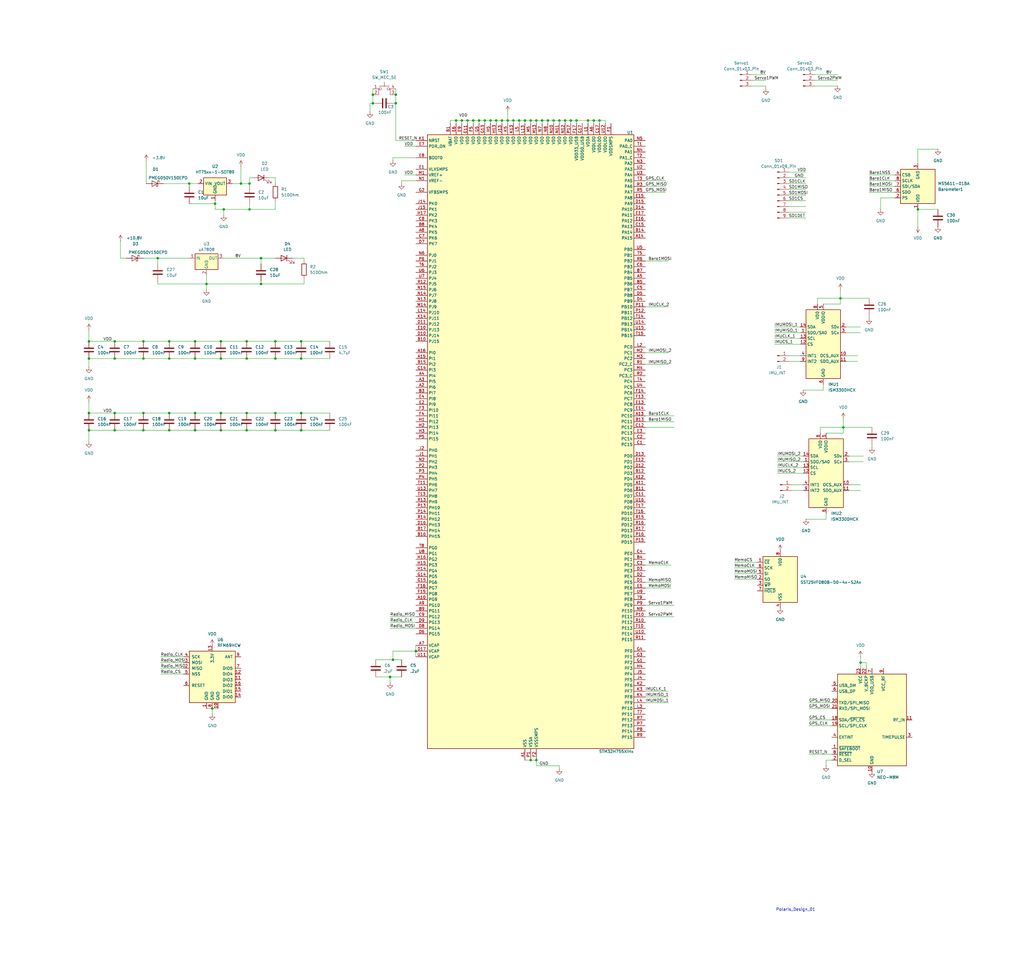
<source format=kicad_sch>
(kicad_sch (version 20231120) (generator "eeschema") (generator_version "8.0")
  (paper "User" 453.39 422.91)
  (lib_symbols
    (symbol "Connector:Conn_01x02_Pin" (pin_names (offset 1.016) hide)
      (property "Reference" "J" (at 0 2.54 0))
      (property "Value" "Conn_01x02_Pin" (at 0 -5.08 0))
      (symbol "Conn_01x02_Pin_1_1"
        (pin passive line (at 5.08 0 180) (length 3.81) (name "Pin_1") (number "1"))
        (pin passive line (at 5.08 -2.54 180) (length 3.81) (name "Pin_2") (number "2"))
      )
    )
    (symbol "Connector:Conn_01x03_Pin" (pin_names (offset 1.016) hide)
      (property "Reference" "J" (at 0 5.08 0))
      (property "Value" "Conn_01x03_Pin" (at 0 -5.08 0))
      (symbol "Conn_01x03_Pin_1_1"
        (pin passive line (at 5.08 2.54 180) (length 3.81) (name "Pin_1") (number "1"))
        (pin passive line (at 5.08 0 180) (length 3.81) (name "Pin_2") (number "2"))
        (pin passive line (at 5.08 -2.54 180) (length 3.81) (name "Pin_3") (number "3"))
      )
    )
    (symbol "Connector:Conn_01x09_Pin" (pin_names (offset 1.016) hide)
      (property "Reference" "J" (at 0 12.7 0))
      (property "Value" "Conn_01x09_Pin" (at 0 -12.7 0))
      (symbol "Conn_01x09_Pin_1_1"
        (pin passive line (at 5.08 10.16 180) (length 3.81) (name "Pin_1") (number "1"))
        (pin passive line (at 5.08 7.62 180) (length 3.81) (name "Pin_2") (number "2"))
        (pin passive line (at 5.08 5.08 180) (length 3.81) (name "Pin_3") (number "3"))
        (pin passive line (at 5.08 2.54 180) (length 3.81) (name "Pin_4") (number "4"))
        (pin passive line (at 5.08 0 180) (length 3.81) (name "Pin_5") (number "5"))
        (pin passive line (at 5.08 -2.54 180) (length 3.81) (name "Pin_6") (number "6"))
        (pin passive line (at 5.08 -5.08 180) (length 3.81) (name "Pin_7") (number "7"))
        (pin passive line (at 5.08 -7.62 180) (length 3.81) (name "Pin_8") (number "8"))
        (pin passive line (at 5.08 -10.16 180) (length 3.81) (name "Pin_9") (number "9"))
      )
    )
    (symbol "Device:C" (pin_numbers hide) (pin_names (offset 0.254))
      (property "Reference" "C" (at 0.635 2.54 0))
      (property "Value" "C" (at 0.635 -2.54 0))
      (symbol "C_1_1"
        (pin passive line (at 0 3.81 270) (length 2.794) (name "~") (number "1"))
        (pin passive line (at 0 -3.81 90) (length 2.794) (name "~") (number "2"))
      )
    )
    (symbol "Device:LED" (pin_numbers hide) (pin_names (offset 1.016) hide)
      (property "Reference" "D" (at 0 2.54 0))
      (property "Value" "LED" (at 0 -2.54 0))
      (symbol "LED_1_1"
        (pin passive line (at -3.81 0 0) (length 2.54) (name "K") (number "1"))
        (pin passive line (at 3.81 0 180) (length 2.54) (name "A") (number "2"))
      )
    )
    (symbol "Device:R" (pin_numbers hide) (pin_names (offset 0))
      (property "Reference" "R" (at 2.032 0 90))
      (property "Value" "R" (at 0 0 90))
      (symbol "R_1_1"
        (pin passive line (at 0 3.81 270) (length 1.27) (name "~") (number "1"))
        (pin passive line (at 0 -3.81 90) (length 1.27) (name "~") (number "2"))
      )
    )
    (symbol "Diode:PMEG050V150EPD" (pin_numbers hide) (pin_names hide)
      (property "Reference" "D" (at 0 2.54 0))
      (property "Value" "PMEG050V150EPD" (at 0 -2.54 0))
      (symbol "PMEG050V150EPD_1_1"
        (pin passive line (at 3.81 0 180) (length 2.54) (name "A") (number "1"))
        (pin passive line (at 3.81 0 180) (length 2.54) hide (name "A") (number "2"))
        (pin passive line (at -3.81 0 0) (length 2.54) (name "K") (number "3"))
      )
    )
    (symbol "MCU_ST_STM32H7:STM32H755XIHx"
      (property "Reference" "U" (at -45.72 138.43 0))
      (property "Value" "STM32H755XIHx" (at 38.1 138.43 0))
      (symbol "STM32H755XIHx_1_1"
        (pin power_in line (at -2.54 -139.7 90) (length 5.08) (name "VSS") (number "A1"))
        (pin bidirectional line (at -50.8 -68.58 0) (length 5.08) (name "PG9") (number "A10"))
        (pin bidirectional line (at 50.8 -17.78 180) (length 5.08) (name "PD5") (number "A11"))
        (pin bidirectional line (at 50.8 -15.24 180) (length 5.08) (name "PD4") (number "A12"))
        (pin bidirectional line (at 50.8 12.7 180) (length 5.08) (name "PC10") (number "A13"))
        (pin bidirectional line (at 50.8 91.44 180) (length 5.08) (name "PA15") (number "A14"))
        (pin bidirectional line (at -50.8 38.1 0) (length 5.08) (name "PI1") (number "A15"))
        (pin bidirectional line (at -50.8 40.64 0) (length 5.08) (name "PI0") (number "A16"))
        (pin passive line (at -2.54 -139.7 90) (length 5.08) hide (name "VSS") (number "A17"))
        (pin bidirectional line (at -50.8 25.4 0) (length 5.08) (name "PI6") (number "A2"))
        (pin bidirectional line (at -50.8 27.94 0) (length 5.08) (name "PI5") (number "A3"))
        (pin bidirectional line (at -50.8 30.48 0) (length 5.08) (name "PI4") (number "A4"))
        (pin bidirectional line (at 50.8 73.66 180) (length 5.08) (name "PB5") (number "A5"))
        (pin power_in line (at 27.94 142.24 270) (length 5.08) (name "VDDLDO") (number "A6"))
        (pin power_out line (at -50.8 -88.9 0) (length 5.08) (name "VCAP") (number "A7"))
        (pin bidirectional line (at -50.8 93.98 0) (length 5.08) (name "PK5") (number "A8"))
        (pin bidirectional line (at -50.8 -71.12 0) (length 5.08) (name "PG10") (number "A9"))
        (pin power_in line (at -35.56 142.24 270) (length 5.08) (name "VBAT") (number "B1"))
        (pin bidirectional line (at -50.8 45.72 0) (length 5.08) (name "PJ15") (number "B10"))
        (pin bidirectional line (at 50.8 -20.32 180) (length 5.08) (name "PD6") (number "B11"))
        (pin bidirectional line (at 50.8 -12.7 180) (length 5.08) (name "PD3") (number "B12"))
        (pin bidirectional line (at 50.8 10.16 180) (length 5.08) (name "PC11") (number "B13"))
        (pin bidirectional line (at 50.8 93.98 180) (length 5.08) (name "PA14") (number "B14"))
        (pin bidirectional line (at -50.8 35.56 0) (length 5.08) (name "PI2") (number "B15"))
        (pin bidirectional line (at -50.8 -40.64 0) (length 5.08) (name "PH15") (number "B16"))
        (pin bidirectional line (at -50.8 -38.1 0) (length 5.08) (name "PH14") (number "B17"))
        (pin passive line (at -2.54 -139.7 90) (length 5.08) hide (name "VSS") (number "B2"))
        (pin bidirectional line (at -50.8 22.86 0) (length 5.08) (name "PI7") (number "B3"))
        (pin bidirectional line (at 50.8 -50.8 180) (length 5.08) (name "PE1") (number "B4"))
        (pin bidirectional line (at 50.8 71.12 180) (length 5.08) (name "PB6") (number "B5"))
        (pin passive line (at -2.54 -139.7 90) (length 5.08) hide (name "VSS") (number "B6"))
        (pin bidirectional line (at 50.8 76.2 180) (length 5.08) (name "PB4") (number "B7"))
        (pin bidirectional line (at -50.8 96.52 0) (length 5.08) (name "PK4") (number "B8"))
        (pin bidirectional line (at -50.8 -73.66 0) (length 5.08) (name "PG11") (number "B9"))
        (pin bidirectional line (at 50.8 0 180) (length 5.08) (name "PC15") (number "C1"))
        (pin passive line (at -2.54 -139.7 90) (length 5.08) hide (name "VSS") (number "C10"))
        (pin bidirectional line (at 50.8 -22.86 180) (length 5.08) (name "PD7") (number "C11"))
        (pin bidirectional line (at 50.8 7.62 180) (length 5.08) (name "PC12") (number "C12"))
        (pin passive line (at -2.54 -139.7 90) (length 5.08) hide (name "VSS") (number "C13"))
        (pin bidirectional line (at -50.8 33.02 0) (length 5.08) (name "PI3") (number "C14"))
        (pin bidirectional line (at 50.8 96.52 180) (length 5.08) (name "PA13") (number "C15"))
        (pin passive line (at -2.54 -139.7 90) (length 5.08) hide (name "VSS") (number "C16"))
        (pin power_in line (at 30.48 142.24 270) (length 5.08) (name "VDDLDO") (number "C17"))
        (pin bidirectional line (at 50.8 2.54 180) (length 5.08) (name "PC14") (number "C2"))
        (pin bidirectional line (at 50.8 -53.34 180) (length 5.08) (name "PE2") (number "C3"))
        (pin bidirectional line (at 50.8 -48.26 180) (length 5.08) (name "PE0") (number "C4"))
        (pin bidirectional line (at 50.8 68.58 180) (length 5.08) (name "PB7") (number "C5"))
        (pin bidirectional line (at 50.8 78.74 180) (length 5.08) (name "PB3") (number "C6"))
        (pin bidirectional line (at -50.8 91.44 0) (length 5.08) (name "PK6") (number "C7"))
        (pin bidirectional line (at -50.8 99.06 0) (length 5.08) (name "PK3") (number "C8"))
        (pin bidirectional line (at -50.8 -76.2 0) (length 5.08) (name "PG12") (number "C9"))
        (pin bidirectional line (at 50.8 -60.96 180) (length 5.08) (name "PE5") (number "D1"))
        (pin bidirectional line (at -50.8 48.26 0) (length 5.08) (name "PJ14") (number "D10"))
        (pin bidirectional line (at -50.8 53.34 0) (length 5.08) (name "PJ12") (number "D11"))
        (pin bidirectional line (at 50.8 -10.16 180) (length 5.08) (name "PD2") (number "D12"))
        (pin bidirectional line (at 50.8 -5.08 180) (length 5.08) (name "PD0") (number "D13"))
        (pin bidirectional line (at 50.8 104.14 180) (length 5.08) (name "PA10") (number "D14"))
        (pin bidirectional line (at 50.8 106.68 180) (length 5.08) (name "PA9") (number "D15"))
        (pin bidirectional line (at -50.8 -35.56 0) (length 5.08) (name "PH13") (number "D16"))
        (pin power_out line (at -50.8 -91.44 0) (length 5.08) (name "VCAP") (number "D17"))
        (pin bidirectional line (at 50.8 -58.42 180) (length 5.08) (name "PE4") (number "D2"))
        (pin bidirectional line (at 50.8 -55.88 180) (length 5.08) (name "PE3") (number "D3"))
        (pin bidirectional line (at 50.8 63.5 180) (length 5.08) (name "PB9") (number "D4"))
        (pin bidirectional line (at 50.8 66.04 180) (length 5.08) (name "PB8") (number "D5"))
        (pin bidirectional line (at -50.8 -83.82 0) (length 5.08) (name "PG15") (number "D6"))
        (pin bidirectional line (at -50.8 88.9 0) (length 5.08) (name "PK7") (number "D7"))
        (pin bidirectional line (at -50.8 -81.28 0) (length 5.08) (name "PG14") (number "D8"))
        (pin bidirectional line (at -50.8 -78.74 0) (length 5.08) (name "PG13") (number "D9"))
        (pin power_in line (at -50.8 121.92 0) (length 5.08) (name "VLXSMPS") (number "E1"))
        (pin bidirectional line (at -50.8 50.8 0) (length 5.08) (name "PJ13") (number "E10"))
        (pin power_in line (at -27.94 142.24 270) (length 5.08) (name "VDD") (number "E11"))
        (pin bidirectional line (at 50.8 -7.62 180) (length 5.08) (name "PD1") (number "E12"))
        (pin bidirectional line (at 50.8 17.78 180) (length 5.08) (name "PC8") (number "E13"))
        (pin bidirectional line (at 50.8 15.24 180) (length 5.08) (name "PC9") (number "E14"))
        (pin bidirectional line (at 50.8 109.22 180) (length 5.08) (name "PA8") (number "E15"))
        (pin bidirectional line (at 50.8 99.06 180) (length 5.08) (name "PA12") (number "E16"))
        (pin bidirectional line (at 50.8 101.6 180) (length 5.08) (name "PA11") (number "E17"))
        (pin bidirectional line (at -50.8 17.78 0) (length 5.08) (name "PI9") (number "E2"))
        (pin bidirectional line (at 50.8 5.08 180) (length 5.08) (name "PC13") (number "E3"))
        (pin bidirectional line (at -50.8 20.32 0) (length 5.08) (name "PI8") (number "E4"))
        (pin bidirectional line (at 50.8 -63.5 180) (length 5.08) (name "PE6") (number "E5"))
        (pin power_in line (at -33.02 142.24 270) (length 5.08) (name "VDD") (number "E6"))
        (pin input line (at -50.8 132.08 0) (length 5.08) (name "PDR_ON") (number "E7"))
        (pin input line (at -50.8 127 0) (length 5.08) (name "BOOT0") (number "E8"))
        (pin power_in line (at -30.48 142.24 270) (length 5.08) (name "VDD") (number "E9"))
        (pin power_in line (at 35.56 142.24 270) (length 5.08) (name "VDDSMPS") (number "F1"))
        (pin bidirectional line (at 50.8 20.32 180) (length 5.08) (name "PC7") (number "F13"))
        (pin bidirectional line (at 50.8 22.86 180) (length 5.08) (name "PC6") (number "F14"))
        (pin bidirectional line (at -50.8 -66.04 0) (length 5.08) (name "PG8") (number "F15"))
        (pin bidirectional line (at -50.8 -63.5 0) (length 5.08) (name "PG7") (number "F16"))
        (pin power_in line (at 20.32 142.24 270) (length 5.08) (name "VDD33_USB") (number "F17"))
        (pin power_in line (at 2.54 -139.7 90) (length 5.08) (name "VSSSMPS") (number "F2"))
        (pin bidirectional line (at -50.8 15.24 0) (length 5.08) (name "PI10") (number "F3"))
        (pin bidirectional line (at -50.8 12.7 0) (length 5.08) (name "PI11") (number "F4"))
        (pin power_in line (at -25.4 142.24 270) (length 5.08) (name "VDD") (number "F5"))
        (pin bidirectional line (at 50.8 -96.52 180) (length 5.08) (name "PF2") (number "G1"))
        (pin passive line (at -2.54 -139.7 90) (length 5.08) hide (name "VSS") (number "G10"))
        (pin passive line (at -2.54 -139.7 90) (length 5.08) hide (name "VSS") (number "G11"))
        (pin power_in line (at -20.32 142.24 270) (length 5.08) (name "VDD") (number "G13"))
        (pin bidirectional line (at -50.8 -58.42 0) (length 5.08) (name "PG5") (number "G14"))
        (pin bidirectional line (at -50.8 -60.96 0) (length 5.08) (name "PG6") (number "G15"))
        (pin passive line (at -2.54 -139.7 90) (length 5.08) hide (name "VSS") (number "G16"))
        (pin power_in line (at 22.86 142.24 270) (length 5.08) (name "VDD50_USB") (number "G17"))
        (pin input line (at -50.8 111.76 0) (length 5.08) (name "VFBSMPS") (number "G2"))
        (pin bidirectional line (at 50.8 -93.98 180) (length 5.08) (name "PF1") (number "G3"))
        (pin bidirectional line (at 50.8 -91.44 180) (length 5.08) (name "PF0") (number "G4"))
        (pin power_in line (at -22.86 142.24 270) (length 5.08) (name "VDD") (number "G5"))
        (pin passive line (at -2.54 -139.7 90) (length 5.08) hide (name "VSS") (number "G7"))
        (pin passive line (at -2.54 -139.7 90) (length 5.08) hide (name "VSS") (number "G8"))
        (pin passive line (at -2.54 -139.7 90) (length 5.08) hide (name "VSS") (number "G9"))
        (pin bidirectional line (at -50.8 10.16 0) (length 5.08) (name "PI12") (number "H1"))
        (pin passive line (at -2.54 -139.7 90) (length 5.08) hide (name "VSS") (number "H10"))
        (pin passive line (at -2.54 -139.7 90) (length 5.08) hide (name "VSS") (number "H11"))
        (pin power_in line (at -15.24 142.24 270) (length 5.08) (name "VDD") (number "H13"))
        (pin bidirectional line (at -50.8 -55.88 0) (length 5.08) (name "PG4") (number "H14"))
        (pin bidirectional line (at -50.8 -53.34 0) (length 5.08) (name "PG3") (number "H15"))
        (pin bidirectional line (at -50.8 -50.8 0) (length 5.08) (name "PG2") (number "H16"))
        (pin bidirectional line (at -50.8 101.6 0) (length 5.08) (name "PK2") (number "H17"))
        (pin bidirectional line (at -50.8 7.62 0) (length 5.08) (name "PI13") (number "H2"))
        (pin bidirectional line (at -50.8 5.08 0) (length 5.08) (name "PI14") (number "H3"))
        (pin bidirectional line (at 50.8 -99.06 180) (length 5.08) (name "PF3") (number "H4"))
        (pin power_in line (at -17.78 142.24 270) (length 5.08) (name "VDD") (number "H5"))
        (pin passive line (at -2.54 -139.7 90) (length 5.08) hide (name "VSS") (number "H7"))
        (pin passive line (at -2.54 -139.7 90) (length 5.08) hide (name "VSS") (number "H8"))
        (pin passive line (at -2.54 -139.7 90) (length 5.08) hide (name "VSS") (number "H9"))
        (pin bidirectional line (at -50.8 -5.08 0) (length 5.08) (name "PH1") (number "J1"))
        (pin passive line (at -2.54 -139.7 90) (length 5.08) hide (name "VSS") (number "J10"))
        (pin passive line (at -2.54 -139.7 90) (length 5.08) hide (name "VSS") (number "J11"))
        (pin power_in line (at -12.7 142.24 270) (length 5.08) (name "VDD") (number "J13"))
        (pin bidirectional line (at -50.8 106.68 0) (length 5.08) (name "PK0") (number "J14"))
        (pin bidirectional line (at -50.8 104.14 0) (length 5.08) (name "PK1") (number "J15"))
        (pin passive line (at -2.54 -139.7 90) (length 5.08) hide (name "VSS") (number "J16"))
        (pin passive line (at -2.54 -139.7 90) (length 5.08) hide (name "VSS") (number "J17"))
        (pin bidirectional line (at -50.8 -2.54 0) (length 5.08) (name "PH0") (number "J2"))
        (pin passive line (at -2.54 -139.7 90) (length 5.08) hide (name "VSS") (number "J3"))
        (pin bidirectional line (at 50.8 -104.14 180) (length 5.08) (name "PF5") (number "J4"))
        (pin bidirectional line (at 50.8 -101.6 180) (length 5.08) (name "PF4") (number "J5"))
        (pin passive line (at -2.54 -139.7 90) (length 5.08) hide (name "VSS") (number "J7"))
        (pin passive line (at -2.54 -139.7 90) (length 5.08) hide (name "VSS") (number "J8"))
        (pin passive line (at -2.54 -139.7 90) (length 5.08) hide (name "VSS") (number "J9"))
        (pin input line (at -50.8 134.62 0) (length 5.08) (name "NRST") (number "K1"))
        (pin passive line (at -2.54 -139.7 90) (length 5.08) hide (name "VSS") (number "K10"))
        (pin passive line (at -2.54 -139.7 90) (length 5.08) hide (name "VSS") (number "K11"))
        (pin power_in line (at -7.62 142.24 270) (length 5.08) (name "VDD") (number "K13"))
        (pin bidirectional line (at -50.8 55.88 0) (length 5.08) (name "PJ11") (number "K14"))
        (pin passive line (at -2.54 -139.7 90) (length 5.08) hide (name "VSS") (number "K15"))
        (pin no_connect line (at -45.72 -134.62 0) (length 5.08) hide (name "NC") (number "K16"))
        (pin no_connect line (at -45.72 -132.08 0) (length 5.08) hide (name "NC") (number "K17"))
        (pin bidirectional line (at 50.8 -106.68 180) (length 5.08) (name "PF6") (number "K2"))
        (pin bidirectional line (at 50.8 -109.22 180) (length 5.08) (name "PF7") (number "K3"))
        (pin bidirectional line (at 50.8 -111.76 180) (length 5.08) (name "PF8") (number "K4"))
        (pin power_in line (at -10.16 142.24 270) (length 5.08) (name "VDD") (number "K5"))
        (pin passive line (at -2.54 -139.7 90) (length 5.08) hide (name "VSS") (number "K7"))
        (pin passive line (at -2.54 -139.7 90) (length 5.08) hide (name "VSS") (number "K8"))
        (pin passive line (at -2.54 -139.7 90) (length 5.08) hide (name "VSS") (number "K9"))
        (pin power_in line (at 25.4 142.24 270) (length 5.08) (name "VDDA") (number "L1"))
        (pin passive line (at -2.54 -139.7 90) (length 5.08) hide (name "VSS") (number "L10"))
        (pin passive line (at -2.54 -139.7 90) (length 5.08) hide (name "VSS") (number "L11"))
        (pin power_in line (at -2.54 142.24 270) (length 5.08) (name "VDD") (number "L13"))
        (pin bidirectional line (at -50.8 58.42 0) (length 5.08) (name "PJ10") (number "L14"))
        (pin passive line (at -2.54 -139.7 90) (length 5.08) hide (name "VSS") (number "L15"))
        (pin no_connect line (at -45.72 -129.54 0) (length 5.08) hide (name "NC") (number "L16"))
        (pin no_connect line (at -45.72 -127 0) (length 5.08) hide (name "NC") (number "L17"))
        (pin bidirectional line (at 50.8 43.18 180) (length 5.08) (name "PC0") (number "L2"))
        (pin bidirectional line (at 50.8 -116.84 180) (length 5.08) (name "PF10") (number "L3"))
        (pin bidirectional line (at 50.8 -114.3 180) (length 5.08) (name "PF9") (number "L4"))
        (pin power_in line (at -5.08 142.24 270) (length 5.08) (name "VDD") (number "L5"))
        (pin passive line (at -2.54 -139.7 90) (length 5.08) hide (name "VSS") (number "L7"))
        (pin passive line (at -2.54 -139.7 90) (length 5.08) hide (name "VSS") (number "L8"))
        (pin passive line (at -2.54 -139.7 90) (length 5.08) hide (name "VSS") (number "L9"))
        (pin input line (at -50.8 119.38 0) (length 5.08) (name "VREF+") (number "M1"))
        (pin power_in line (at 2.54 142.24 270) (length 5.08) (name "VDD") (number "M13"))
        (pin bidirectional line (at -50.8 60.96 0) (length 5.08) (name "PJ9") (number "M14"))
        (pin passive line (at -2.54 -139.7 90) (length 5.08) hide (name "VSS") (number "M15"))
        (pin no_connect line (at -45.72 -124.46 0) (length 5.08) hide (name "NC") (number "M16"))
        (pin no_connect line (at -45.72 -121.92 0) (length 5.08) hide (name "NC") (number "M17"))
        (pin bidirectional line (at 50.8 40.64 180) (length 5.08) (name "PC1") (number "M2"))
        (pin bidirectional line (at 50.8 38.1 180) (length 5.08) (name "PC2") (number "M3"))
        (pin bidirectional line (at 50.8 33.02 180) (length 5.08) (name "PC3") (number "M4"))
        (pin power_in line (at 0 142.24 270) (length 5.08) (name "VDD") (number "M5"))
        (pin input line (at -50.8 116.84 0) (length 5.08) (name "VREF-") (number "N1"))
        (pin power_in line (at 10.16 142.24 270) (length 5.08) (name "VDD") (number "N10"))
        (pin power_in line (at 12.7 142.24 270) (length 5.08) (name "VDD") (number "N11"))
        (pin power_in line (at 15.24 142.24 270) (length 5.08) (name "VDD") (number "N12"))
        (pin bidirectional line (at -50.8 63.5 0) (length 5.08) (name "PJ8") (number "N13"))
        (pin bidirectional line (at -50.8 66.04 0) (length 5.08) (name "PJ7") (number "N14"))
        (pin bidirectional line (at -50.8 68.58 0) (length 5.08) (name "PJ6") (number "N15"))
        (pin passive line (at -2.54 -139.7 90) (length 5.08) hide (name "VSS") (number "N16"))
        (pin no_connect line (at -45.72 -119.38 0) (length 5.08) hide (name "NC") (number "N17"))
        (pin bidirectional line (at -50.8 -7.62 0) (length 5.08) (name "PH2") (number "N2"))
        (pin bidirectional line (at 50.8 124.46 180) (length 5.08) (name "PA2") (number "N3"))
        (pin bidirectional line (at 50.8 129.54 180) (length 5.08) (name "PA1") (number "N4"))
        (pin bidirectional line (at 50.8 134.62 180) (length 5.08) (name "PA0") (number "N5"))
        (pin bidirectional line (at -50.8 83.82 0) (length 5.08) (name "PJ0") (number "N6"))
        (pin power_in line (at 5.08 142.24 270) (length 5.08) (name "VDD") (number "N7"))
        (pin power_in line (at 7.62 142.24 270) (length 5.08) (name "VDD") (number "N8"))
        (pin bidirectional line (at 50.8 -73.66 180) (length 5.08) (name "PE10") (number "N9"))
        (pin power_in line (at 0 -139.7 90) (length 5.08) (name "VSSA") (number "P1"))
        (pin bidirectional line (at 50.8 -76.2 180) (length 5.08) (name "PE11") (number "P10"))
        (pin bidirectional line (at 50.8 60.96 180) (length 5.08) (name "PB10") (number "P11"))
        (pin bidirectional line (at 50.8 58.42 180) (length 5.08) (name "PB11") (number "P12"))
        (pin bidirectional line (at -50.8 -27.94 0) (length 5.08) (name "PH10") (number "P13"))
        (pin bidirectional line (at -50.8 -30.48 0) (length 5.08) (name "PH11") (number "P14"))
        (pin bidirectional line (at 50.8 -43.18 180) (length 5.08) (name "PD15") (number "P15"))
        (pin bidirectional line (at 50.8 -40.64 180) (length 5.08) (name "PD14") (number "P16"))
        (pin power_in line (at 17.78 142.24 270) (length 5.08) (name "VDD") (number "P17"))
        (pin bidirectional line (at -50.8 -10.16 0) (length 5.08) (name "PH3") (number "P2"))
        (pin bidirectional line (at -50.8 -12.7 0) (length 5.08) (name "PH4") (number "P3"))
        (pin bidirectional line (at -50.8 -15.24 0) (length 5.08) (name "PH5") (number "P4"))
        (pin bidirectional line (at -50.8 2.54 0) (length 5.08) (name "PI15") (number "P5"))
        (pin bidirectional line (at -50.8 81.28 0) (length 5.08) (name "PJ1") (number "P6"))
        (pin bidirectional line (at 50.8 -124.46 180) (length 5.08) (name "PF13") (number "P7"))
        (pin bidirectional line (at 50.8 -127 180) (length 5.08) (name "PF14") (number "P8"))
        (pin bidirectional line (at 50.8 -71.12 180) (length 5.08) (name "PE9") (number "P9"))
        (pin bidirectional line (at 50.8 35.56 180) (length 5.08) (name "PC2_C") (number "R1"))
        (pin bidirectional line (at 50.8 -78.74 180) (length 5.08) (name "PE12") (number "R10"))
        (pin bidirectional line (at 50.8 -86.36 180) (length 5.08) (name "PE15") (number "R11"))
        (pin bidirectional line (at -50.8 71.12 0) (length 5.08) (name "PJ5") (number "R12"))
        (pin bidirectional line (at -50.8 -25.4 0) (length 5.08) (name "PH9") (number "R13"))
        (pin bidirectional line (at -50.8 -33.02 0) (length 5.08) (name "PH12") (number "R14"))
        (pin bidirectional line (at 50.8 -33.02 180) (length 5.08) (name "PD11") (number "R15"))
        (pin bidirectional line (at 50.8 -35.56 180) (length 5.08) (name "PD12") (number "R16"))
        (pin bidirectional line (at 50.8 -38.1 180) (length 5.08) (name "PD13") (number "R17"))
        (pin bidirectional line (at 50.8 30.48 180) (length 5.08) (name "PC3_C") (number "R2"))
        (pin bidirectional line (at 50.8 114.3 180) (length 5.08) (name "PA6") (number "R3"))
        (pin passive line (at -2.54 -139.7 90) (length 5.08) hide (name "VSS") (number "R4"))
        (pin bidirectional line (at 50.8 111.76 180) (length 5.08) (name "PA7") (number "R5"))
        (pin bidirectional line (at 50.8 81.28 180) (length 5.08) (name "PB2") (number "R6"))
        (pin bidirectional line (at 50.8 -121.92 180) (length 5.08) (name "PF12") (number "R7"))
        (pin passive line (at -2.54 -139.7 90) (length 5.08) hide (name "VSS") (number "R8"))
        (pin bidirectional line (at 50.8 -129.54 180) (length 5.08) (name "PF15") (number "R9"))
        (pin bidirectional line (at 50.8 132.08 180) (length 5.08) (name "PA0_C") (number "T1"))
        (pin bidirectional line (at 50.8 -81.28 180) (length 5.08) (name "PE13") (number "T10"))
        (pin bidirectional line (at -50.8 -17.78 0) (length 5.08) (name "PH6") (number "T11"))
        (pin passive line (at -2.54 -139.7 90) (length 5.08) hide (name "VSS") (number "T12"))
        (pin bidirectional line (at -50.8 -22.86 0) (length 5.08) (name "PH8") (number "T13"))
        (pin bidirectional line (at 50.8 55.88 180) (length 5.08) (name "PB12") (number "T14"))
        (pin bidirectional line (at 50.8 48.26 180) (length 5.08) (name "PB15") (number "T15"))
        (pin bidirectional line (at 50.8 -30.48 180) (length 5.08) (name "PD10") (number "T16"))
        (pin bidirectional line (at 50.8 -27.94 180) (length 5.08) (name "PD9") (number "T17"))
        (pin bidirectional line (at 50.8 127 180) (length 5.08) (name "PA1_C") (number "T2"))
        (pin bidirectional line (at 50.8 116.84 180) (length 5.08) (name "PA5") (number "T3"))
        (pin bidirectional line (at 50.8 27.94 180) (length 5.08) (name "PC4") (number "T4"))
        (pin bidirectional line (at 50.8 83.82 180) (length 5.08) (name "PB1") (number "T5"))
        (pin bidirectional line (at -50.8 78.74 0) (length 5.08) (name "PJ2") (number "T6"))
        (pin bidirectional line (at 50.8 -119.38 180) (length 5.08) (name "PF11") (number "T7"))
        (pin bidirectional line (at -50.8 -45.72 0) (length 5.08) (name "PG0") (number "T8"))
        (pin bidirectional line (at 50.8 -68.58 180) (length 5.08) (name "PE8") (number "T9"))
        (pin passive line (at -2.54 -139.7 90) (length 5.08) hide (name "VSS") (number "U1"))
        (pin bidirectional line (at 50.8 -83.82 180) (length 5.08) (name "PE14") (number "U10"))
        (pin power_out line (at -50.8 -93.98 0) (length 5.08) (name "VCAP") (number "U11"))
        (pin power_in line (at 33.02 142.24 270) (length 5.08) (name "VDDLDO") (number "U12"))
        (pin bidirectional line (at -50.8 -20.32 0) (length 5.08) (name "PH7") (number "U13"))
        (pin bidirectional line (at 50.8 53.34 180) (length 5.08) (name "PB13") (number "U14"))
        (pin bidirectional line (at 50.8 50.8 180) (length 5.08) (name "PB14") (number "U15"))
        (pin bidirectional line (at 50.8 -25.4 180) (length 5.08) (name "PD8") (number "U16"))
        (pin passive line (at -2.54 -139.7 90) (length 5.08) hide (name "VSS") (number "U17"))
        (pin bidirectional line (at 50.8 121.92 180) (length 5.08) (name "PA3") (number "U2"))
        (pin bidirectional line (at 50.8 119.38 180) (length 5.08) (name "PA4") (number "U3"))
        (pin bidirectional line (at 50.8 25.4 180) (length 5.08) (name "PC5") (number "U4"))
        (pin bidirectional line (at 50.8 86.36 180) (length 5.08) (name "PB0") (number "U5"))
        (pin bidirectional line (at -50.8 76.2 0) (length 5.08) (name "PJ3") (number "U6"))
        (pin bidirectional line (at -50.8 73.66 0) (length 5.08) (name "PJ4") (number "U7"))
        (pin bidirectional line (at -50.8 -48.26 0) (length 5.08) (name "PG1") (number "U8"))
        (pin bidirectional line (at 50.8 -66.04 180) (length 5.08) (name "PE7") (number "U9"))
      )
    )
    (symbol "Memory_Flash:SST25VF080B-50-4x-S2Ax"
      (property "Reference" "U" (at -6.35 11.43 0))
      (property "Value" "SST25VF080B-50-4x-S2Ax" (at 13.97 11.43 0))
      (symbol "SST25VF080B-50-4x-S2Ax_1_1"
        (pin input line (at -10.16 7.62 0) (length 2.54) (name "~{CE}") (number "1"))
        (pin output line (at -10.16 0 0) (length 2.54) (name "SO") (number "2"))
        (pin input line (at -10.16 -2.54 0) (length 2.54) (name "~{WP}") (number "3"))
        (pin power_in line (at 0 -12.7 90) (length 2.54) (name "VSS") (number "4"))
        (pin input line (at -10.16 2.54 0) (length 2.54) (name "SI") (number "5"))
        (pin input line (at -10.16 5.08 0) (length 2.54) (name "SCK") (number "6"))
        (pin input line (at -10.16 -5.08 0) (length 2.54) (name "~{HOLD}") (number "7"))
        (pin power_in line (at 0 12.7 270) (length 2.54) (name "VDD") (number "8"))
      )
    )
    (symbol "RF_GPS:NEO-M8M"
      (property "Reference" "U" (at -13.97 21.59 0))
      (property "Value" "NEO-M8M" (at 11.43 21.59 0))
      (symbol "NEO-M8M_1_1"
        (pin input line (at -17.78 -12.7 0) (length 2.54) (name "~{SAFEBOOT}") (number "1"))
        (pin power_in line (at 0 -22.86 90) (length 2.54) (name "GND") (number "10"))
        (pin input line (at 17.78 0 180) (length 2.54) (name "RF_IN") (number "11"))
        (pin passive line (at 0 -22.86 90) (length 2.54) hide (name "GND") (number "12"))
        (pin passive line (at 0 -22.86 90) (length 2.54) hide (name "GND") (number "13"))
        (pin no_connect line (at 15.24 -10.16 180) (length 2.54) hide (name "RESERVED") (number "14"))
        (pin no_connect line (at 15.24 -12.7 180) (length 2.54) hide (name "RESERVED") (number "15"))
        (pin no_connect line (at 15.24 -15.24 180) (length 2.54) hide (name "RESERVED") (number "16"))
        (pin no_connect line (at 15.24 -17.78 180) (length 2.54) hide (name "RESERVED") (number "17"))
        (pin bidirectional line (at -17.78 0 0) (length 2.54) (name "SDA/~{SPI_CS}") (number "18"))
        (pin input line (at -17.78 -2.54 0) (length 2.54) (name "SCL/SPI_CLK") (number "19"))
        (pin input line (at -17.78 -17.78 0) (length 2.54) (name "D_SEL") (number "2"))
        (pin output line (at -17.78 7.62 0) (length 2.54) (name "TXD/SPI_MISO") (number "20"))
        (pin input line (at -17.78 5.08 0) (length 2.54) (name "RXD/SPI_MOSI") (number "21"))
        (pin power_in line (at -2.54 22.86 270) (length 2.54) (name "V_BCKP") (number "22"))
        (pin power_in line (at -5.08 22.86 270) (length 2.54) (name "VCC") (number "23"))
        (pin passive line (at 0 -22.86 90) (length 2.54) hide (name "GND") (number "24"))
        (pin output line (at 17.78 -7.62 180) (length 2.54) (name "TIMEPULSE") (number "3"))
        (pin input line (at -17.78 -7.62 0) (length 2.54) (name "EXTINT") (number "4"))
        (pin bidirectional line (at -17.78 15.24 0) (length 2.54) (name "USB_DM") (number "5"))
        (pin bidirectional line (at -17.78 12.7 0) (length 2.54) (name "USB_DP") (number "6"))
        (pin power_in line (at 0 22.86 270) (length 2.54) (name "VDD_USB") (number "7"))
        (pin input line (at -17.78 -15.24 0) (length 2.54) (name "~{RESET}") (number "8"))
        (pin power_out line (at 5.08 22.86 270) (length 2.54) (name "VCC_RF") (number "9"))
      )
    )
    (symbol "RF_Module:RFM69HCW" (pin_names (offset 1.016))
      (property "Reference" "U" (at -10.414 11.684 0))
      (property "Value" "RFM69HCW" (at 1.524 11.43 0))
      (symbol "RFM69HCW_1_1"
        (pin power_in line (at -2.54 -15.24 90) (length 2.54) (name "GND") (number "1"))
        (pin power_in line (at 2.54 -15.24 90) (length 2.54) (name "GND") (number "10"))
        (pin bidirectional line (at 12.7 -2.54 180) (length 2.54) (name "DIO3") (number "11"))
        (pin bidirectional line (at 12.7 0 180) (length 2.54) (name "DIO4") (number "12"))
        (pin power_in line (at 0 12.7 270) (length 2.54) (name "3.3V") (number "13"))
        (pin bidirectional line (at 12.7 -10.16 180) (length 2.54) (name "DIO0") (number "14"))
        (pin bidirectional line (at 12.7 -7.62 180) (length 2.54) (name "DIO1") (number "15"))
        (pin bidirectional line (at 12.7 -5.08 180) (length 2.54) (name "DIO2") (number "16"))
        (pin output line (at -12.7 2.54 0) (length 2.54) (name "MISO") (number "2"))
        (pin input line (at -12.7 5.08 0) (length 2.54) (name "MOSI") (number "3"))
        (pin input line (at -12.7 7.62 0) (length 2.54) (name "SCK") (number "4"))
        (pin input line (at -12.7 0 0) (length 2.54) (name "NSS") (number "5"))
        (pin bidirectional line (at -12.7 -5.08 0) (length 2.54) (name "RESET") (number "6"))
        (pin bidirectional line (at 12.7 2.54 180) (length 2.54) (name "DIO5") (number "7"))
        (pin power_in line (at 0 -15.24 90) (length 2.54) (name "GND") (number "8"))
        (pin bidirectional line (at 12.7 7.62 180) (length 2.54) (name "ANT") (number "9"))
      )
    )
    (symbol "Regulator_Linear:HT75xx-1-SOT89"
      (property "Reference" "U" (at -5.08 -3.81 0))
      (property "Value" "HT75xx-1-SOT89" (at 0 6.35 0))
      (symbol "HT75xx-1-SOT89_1_1"
        (pin power_in line (at 0 -5.08 90) (length 2.54) (name "GND") (number "1"))
        (pin power_in line (at -7.62 2.54 0) (length 2.54) (name "VIN") (number "2"))
        (pin power_out line (at 7.62 2.54 180) (length 2.54) (name "VOUT") (number "3"))
      )
    )
    (symbol "Regulator_Linear:uA7808" (pin_names (offset 0.254))
      (property "Reference" "U" (at -3.81 3.175 0))
      (property "Value" "uA7808" (at 0 3.175 0))
      (symbol "uA7808_1_1"
        (pin power_in line (at -7.62 0 0) (length 2.54) (name "IN") (number "1"))
        (pin power_in line (at 0 -7.62 90) (length 2.54) (name "GND") (number "2"))
        (pin power_out line (at 7.62 0 180) (length 2.54) (name "OUT") (number "3"))
      )
    )
    (symbol "Sensor_Motion:ISM330DHCX"
      (property "Reference" "U" (at 5.842 -16.51 0))
      (property "Value" "ISM330DHCX" (at 5.842 -18.542 0))
      (symbol "ISM330DHCX_1_1"
        (pin output line (at -10.16 5.08 0) (length 2.54) (name "SDO/SA0") (number "1"))
        (pin passive line (at 10.16 -5.08 180) (length 2.54) (name "OCS_AUX") (number "10"))
        (pin passive line (at 10.16 -7.62 180) (length 2.54) (name "SDO_AUX") (number "11"))
        (pin input line (at -10.16 0 0) (length 2.54) (name "CS") (number "12"))
        (pin input line (at -10.16 2.54 0) (length 2.54) (name "SCL") (number "13"))
        (pin bidirectional line (at -10.16 7.62 0) (length 2.54) (name "SDA") (number "14"))
        (pin bidirectional line (at 10.16 7.62 180) (length 2.54) (name "SDx") (number "2"))
        (pin input line (at 10.16 5.08 180) (length 2.54) (name "SCx") (number "3"))
        (pin output line (at -10.16 -5.08 0) (length 2.54) (name "INT1") (number "4"))
        (pin power_in line (at 0 17.78 270) (length 2.54) (name "VDDIO") (number "5"))
        (pin power_in line (at 0 -17.78 90) (length 2.54) (name "GND") (number "6"))
        (pin passive line (at 0 -17.78 90) (length 2.54) hide (name "GND") (number "7"))
        (pin power_in line (at -2.54 17.78 270) (length 2.54) (name "VDD") (number "8"))
        (pin output line (at -10.16 -7.62 0) (length 2.54) (name "INT2") (number "9"))
      )
    )
    (symbol "Sensor_Pressure:MS5611-01BA"
      (property "Reference" "U" (at -6.35 8.89 0))
      (property "Value" "MS5611-01BA" (at 7.62 8.89 0))
      (symbol "MS5611-01BA_1_1"
        (pin power_in line (at 0 10.16 270) (length 2.54) (name "VDD") (number "1"))
        (pin input line (at -10.16 5.08 0) (length 2.54) (name "PS") (number "2"))
        (pin power_in line (at 0 -10.16 90) (length 2.54) (name "GND") (number "3"))
        (pin input line (at -10.16 -5.08 0) (length 2.54) (name "CSB") (number "4"))
        (pin input line (at -10.16 -5.08 0) (length 2.54) hide (name "CSB") (number "5"))
        (pin output line (at -10.16 2.54 0) (length 2.54) (name "SDO") (number "6"))
        (pin bidirectional line (at -10.16 0 0) (length 2.54) (name "SDI/SDA") (number "7"))
        (pin input line (at -10.16 -2.54 0) (length 2.54) (name "SCLK") (number "8"))
      )
    )
    (symbol "Switch:SW_MEC_5E" (pin_names (offset 1.016) hide)
      (property "Reference" "SW" (at 0.635 5.715 0))
      (property "Value" "SW_MEC_5E" (at 0 -3.175 0))
      (symbol "SW_MEC_5E_0_1"
        (pin passive line (at -5.08 2.54 0) (length 2.54) (name "1") (number "1"))
        (pin passive line (at -5.08 0 0) (length 2.54) (name "2") (number "2"))
        (pin passive line (at 5.08 0 180) (length 2.54) (name "K") (number "3"))
        (pin passive line (at 5.08 2.54 180) (length 2.54) (name "A") (number "4"))
      )
    )
    (symbol "power:+3.3V" (power) (pin_numbers hide) (pin_names (offset 0) hide)
      (property "Value" "+3.3V" (at 0 3.556 0))
      (symbol "+3.3V_1_1"
        (pin power_in line (at 0 0 90) (length 0) (name "~") (number "1"))
      )
    )
    (symbol "power:+5V" (power) (pin_numbers hide) (pin_names (offset 0) hide)
      (property "Value" "+5V" (at 0 3.556 0))
      (symbol "+5V_1_1"
        (pin power_in line (at 0 0 90) (length 0) (name "~") (number "1"))
      )
    )
    (symbol "power:GND" (power) (pin_numbers hide) (pin_names (offset 0) hide)
      (property "Value" "GND" (at 0 -3.81 0))
      (symbol "GND_1_1"
        (pin power_in line (at 0 0 270) (length 0) (name "~") (number "1"))
      )
    )
    (symbol "power:VCC" (power) (pin_numbers hide) (pin_names (offset 0) hide)
      (property "Value" "VCC" (at 0 3.556 0))
      (symbol "VCC_1_1"
        (pin power_in line (at 0 0 90) (length 0) (name "~") (number "1"))
      )
    )
  )
  (junction (at 63.5 182.88))
  (junction (at 227.33 53.34))
  (junction (at 91.44 125.73))
  (junction (at 234.95 53.34))
  (junction (at 201.93 53.34))
  (junction (at 247.65 53.34))
  (junction (at 115.57 114.3))
  (junction (at 165.1 45.72))
  (junction (at 86.36 190.5))
  (junction (at 121.92 151.13))
  (junction (at 250.19 53.34))
  (junction (at 237.49 336.55))
  (junction (at 50.8 182.88))
  (junction (at 121.92 182.88))
  (junction (at 97.79 158.75))
  (junction (at 209.55 53.34))
  (junction (at 212.09 53.34))
  (junction (at 86.36 182.88))
  (junction (at 381 293.37))
  (junction (at 173.99 292.1))
  (junction (at 74.93 151.13))
  (junction (at 110.49 81.28))
  (junction (at 245.11 53.34))
  (junction (at 240.03 53.34))
  (junction (at 97.79 151.13))
  (junction (at 39.37 158.75))
  (junction (at 237.49 53.34))
  (junction (at 63.5 151.13))
  (junction (at 184.15 288.29))
  (junction (at 133.35 182.88))
  (junction (at 39.37 182.88))
  (junction (at 260.35 53.34))
  (junction (at 175.26 45.72))
  (junction (at 204.47 53.34))
  (junction (at 262.89 53.34))
  (junction (at 165.1 41.91))
  (junction (at 97.79 190.5))
  (junction (at 133.35 158.75))
  (junction (at 242.57 53.34))
  (junction (at 252.73 53.34))
  (junction (at 99.06 92.71))
  (junction (at 93.98 313.69))
  (junction (at 69.85 114.3))
  (junction (at 214.63 53.34))
  (junction (at 63.5 158.75))
  (junction (at 50.8 190.5))
  (junction (at 207.01 53.34))
  (junction (at 121.92 158.75))
  (junction (at 109.22 182.88))
  (junction (at 406.4 92.71))
  (junction (at 74.93 158.75))
  (junction (at 115.57 125.73))
  (junction (at 97.79 182.88))
  (junction (at 86.36 151.13))
  (junction (at 175.26 41.91))
  (junction (at 109.22 158.75))
  (junction (at 234.95 336.55))
  (junction (at 219.71 53.34))
  (junction (at 39.37 151.13))
  (junction (at 372.11 132.08))
  (junction (at 172.72 299.72))
  (junction (at 110.49 92.71))
  (junction (at 224.79 53.34))
  (junction (at 217.17 53.34))
  (junction (at 74.93 190.5))
  (junction (at 95.25 90.17))
  (junction (at 63.5 190.5))
  (junction (at 83.82 81.28))
  (junction (at 222.25 53.34))
  (junction (at 265.43 53.34))
  (junction (at 229.87 53.34))
  (junction (at 50.8 151.13))
  (junction (at 232.41 53.34))
  (junction (at 121.92 190.5))
  (junction (at 86.36 158.75))
  (junction (at 106.68 81.28))
  (junction (at 255.27 53.34))
  (junction (at 109.22 190.5))
  (junction (at 109.22 151.13))
  (junction (at 74.93 182.88))
  (junction (at 50.8 158.75))
  (junction (at 373.38 189.23))
  (junction (at 39.37 190.5))
  (junction (at 133.35 151.13))
  (junction (at 133.35 190.5))
  (wire (pts (xy 64.77 71.12) (xy 64.77 81.28)))
  (wire (pts (xy 110.49 90.17) (xy 110.49 92.71)))
  (wire (pts (xy 86.36 151.13) (xy 97.79 151.13)))
  (wire (pts (xy 97.79 190.5) (xy 109.22 190.5)))
  (wire (pts (xy 349.25 93.98) (xy 356.87 93.98)))
  (wire (pts (xy 384.81 85.09) (xy 396.24 85.09)))
  (wire (pts (xy 115.57 114.3) (xy 121.92 114.3)))
  (wire (pts (xy 365.76 227.33) (xy 365.76 229.87)))
  (wire (pts (xy 245.11 53.34) (xy 242.57 53.34)))
  (wire (pts (xy 344.17 209.55) (xy 355.6 209.55)))
  (wire (pts (xy 219.71 53.34) (xy 219.71 54.61)))
  (wire (pts (xy 372.11 132.08) (xy 372.11 134.62)))
  (wire (pts (xy 106.68 81.28) (xy 102.87 81.28)))
  (wire (pts (xy 217.17 53.34) (xy 219.71 53.34)))
  (wire (pts (xy 349.25 81.28) (xy 356.87 81.28)))
  (wire (pts (xy 63.5 114.3) (xy 69.85 114.3)))
  (wire (pts (xy 247.65 53.34) (xy 247.65 54.61)))
  (wire (pts (xy 349.25 83.82) (xy 356.87 83.82)))
  (wire (pts (xy 173.99 69.85) (xy 173.99 71.12)))
  (wire (pts (xy 212.09 53.34) (xy 209.55 53.34)))
  (wire (pts (xy 280.67 139.7) (xy 280.67 148.59)))
  (wire (pts (xy 133.35 158.75) (xy 146.05 158.75)))
  (wire (pts (xy 204.47 53.34) (xy 204.47 54.61)))
  (wire (pts (xy 240.03 53.34) (xy 240.03 54.61)))
  (wire (pts (xy 74.93 151.13) (xy 86.36 151.13)))
  (wire (pts (xy 260.35 53.34) (xy 255.27 53.34)))
  (wire (pts (xy 175.26 62.23) (xy 184.15 62.23)))
  (wire (pts (xy 252.73 53.34) (xy 252.73 54.61)))
  (wire (pts (xy 163.83 49.53) (xy 163.83 45.72)))
  (wire (pts (xy 71.12 295.91) (xy 81.28 295.91)))
  (wire (pts (xy 267.97 54.61) (xy 267.97 53.34)))
  (wire (pts (xy 364.49 172.72) (xy 355.6 172.72)))
  (wire (pts (xy 262.89 53.34) (xy 265.43 53.34)))
  (wire (pts (xy 285.75 273.05) (xy 298.45 273.05)))
  (wire (pts (xy 175.26 39.37) (xy 175.26 41.91)))
  (wire (pts (xy 285.75 135.89) (xy 295.91 135.89)))
  (wire (pts (xy 97.79 158.75) (xy 109.22 158.75)))
  (wire (pts (xy 384.81 80.01) (xy 396.24 80.01)))
  (wire (pts (xy 121.92 151.13) (xy 133.35 151.13)))
  (wire (pts (xy 381 293.37) (xy 381 295.91)))
  (wire (pts (xy 237.49 53.34) (xy 240.03 53.34)))
  (wire (pts (xy 325.12 251.46) (xy 335.28 251.46)))
  (wire (pts (xy 247.65 339.09) (xy 237.49 339.09)))
  (wire (pts (xy 250.19 53.34) (xy 247.65 53.34)))
  (wire (pts (xy 86.36 190.5) (xy 97.79 190.5)))
  (wire (pts (xy 110.49 81.28) (xy 106.68 81.28)))
  (wire (pts (xy 285.75 250.19) (xy 297.18 250.19)))
  (wire (pts (xy 234.95 53.34) (xy 237.49 53.34)))
  (wire (pts (xy 325.12 248.92) (xy 335.28 248.92)))
  (wire (pts (xy 71.12 293.37) (xy 81.28 293.37)))
  (wire (pts (xy 121.92 190.5) (xy 133.35 190.5)))
  (wire (pts (xy 285.75 184.15) (xy 298.45 184.15)))
  (wire (pts (xy 172.72 278.13) (xy 184.15 278.13)))
  (wire (pts (xy 285.75 186.69) (xy 298.45 186.69)))
  (wire (pts (xy 349.25 76.2) (xy 356.87 76.2)))
  (wire (pts (xy 115.57 124.46) (xy 115.57 125.73)))
  (wire (pts (xy 349.25 88.9) (xy 356.87 88.9)))
  (wire (pts (xy 217.17 53.34) (xy 217.17 54.61)))
  (wire (pts (xy 374.65 144.78) (xy 381 144.78)))
  (wire (pts (xy 373.38 189.23) (xy 373.38 191.77)))
  (wire (pts (xy 349.25 96.52) (xy 356.87 96.52)))
  (wire (pts (xy 250.19 53.34) (xy 250.19 54.61)))
  (wire (pts (xy 384.81 132.08) (xy 372.11 132.08)))
  (wire (pts (xy 360.68 38.1) (xy 370.84 38.1)))
  (wire (pts (xy 229.87 53.34) (xy 229.87 54.61)))
  (wire (pts (xy 349.25 160.02) (xy 354.33 160.02)))
  (wire (pts (xy 175.26 41.91) (xy 175.26 45.72)))
  (wire (pts (xy 173.99 288.29) (xy 173.99 292.1)))
  (wire (pts (xy 109.22 190.5) (xy 121.92 190.5)))
  (wire (pts (xy 232.41 336.55) (xy 234.95 336.55)))
  (wire (pts (xy 227.33 53.34) (xy 229.87 53.34)))
  (wire (pts (xy 342.9 144.78) (xy 354.33 144.78)))
  (wire (pts (xy 350.52 214.63) (xy 355.6 214.63)))
  (wire (pts (xy 232.41 53.34) (xy 232.41 54.61)))
  (wire (pts (xy 368.3 336.55) (xy 365.76 336.55)))
  (wire (pts (xy 133.35 151.13) (xy 146.05 151.13)))
  (wire (pts (xy 285.75 311.15) (xy 295.91 311.15)))
  (wire (pts (xy 184.15 288.29) (xy 173.99 288.29)))
  (wire (pts (xy 332.74 35.56) (xy 339.09 35.56)))
  (wire (pts (xy 358.14 318.77) (xy 368.3 318.77)))
  (wire (pts (xy 63.5 158.75) (xy 74.93 158.75)))
  (wire (pts (xy 237.49 53.34) (xy 237.49 54.61)))
  (wire (pts (xy 39.37 151.13) (xy 50.8 151.13)))
  (wire (pts (xy 69.85 125.73) (xy 91.44 125.73)))
  (wire (pts (xy 179.07 77.47) (xy 184.15 77.47)))
  (wire (pts (xy 97.79 182.88) (xy 109.22 182.88)))
  (wire (pts (xy 262.89 54.61) (xy 262.89 53.34)))
  (wire (pts (xy 121.92 78.74) (xy 121.92 81.28)))
  (wire (pts (xy 74.93 190.5) (xy 86.36 190.5)))
  (wire (pts (xy 406.4 66.04) (xy 415.29 66.04)))
  (wire (pts (xy 83.82 81.28) (xy 83.82 82.55)))
  (wire (pts (xy 222.25 53.34) (xy 224.79 53.34)))
  (wire (pts (xy 50.8 158.75) (xy 63.5 158.75)))
  (wire (pts (xy 406.4 92.71) (xy 415.29 92.71)))
  (wire (pts (xy 285.75 161.29) (xy 295.91 161.29)))
  (wire (pts (xy 63.5 190.5) (xy 74.93 190.5)))
  (wire (pts (xy 74.93 182.88) (xy 86.36 182.88)))
  (wire (pts (xy 349.25 157.48) (xy 354.33 157.48)))
  (wire (pts (xy 50.8 151.13) (xy 63.5 151.13)))
  (wire (pts (xy 339.09 39.37) (xy 339.09 38.1)))
  (wire (pts (xy 267.97 53.34) (xy 265.43 53.34)))
  (wire (pts (xy 110.49 82.55) (xy 110.49 81.28)))
  (wire (pts (xy 201.93 53.34) (xy 199.39 53.34)))
  (wire (pts (xy 184.15 285.75) (xy 184.15 288.29)))
  (wire (pts (xy 364.49 134.62) (xy 372.11 134.62)))
  (wire (pts (xy 201.93 53.34) (xy 201.93 54.61)))
  (wire (pts (xy 219.71 53.34) (xy 222.25 53.34)))
  (wire (pts (xy 95.25 90.17) (xy 95.25 92.71)))
  (wire (pts (xy 234.95 53.34) (xy 234.95 54.61)))
  (wire (pts (xy 39.37 158.75) (xy 50.8 158.75)))
  (wire (pts (xy 115.57 114.3) (xy 115.57 116.84)))
  (wire (pts (xy 384.81 82.55) (xy 396.24 82.55)))
  (wire (pts (xy 325.12 256.54) (xy 335.28 256.54)))
  (wire (pts (xy 245.11 53.34) (xy 245.11 54.61)))
  (wire (pts (xy 342.9 152.4) (xy 354.33 152.4)))
  (wire (pts (xy 95.25 90.17) (xy 83.82 90.17)))
  (wire (pts (xy 375.92 214.63) (xy 381 214.63)))
  (wire (pts (xy 109.22 182.88) (xy 121.92 182.88)))
  (wire (pts (xy 237.49 339.09) (xy 237.49 336.55)))
  (wire (pts (xy 358.14 313.69) (xy 368.3 313.69)))
  (wire (pts (xy 99.06 92.71) (xy 95.25 92.71)))
  (wire (pts (xy 39.37 158.75) (xy 39.37 162.56)))
  (wire (pts (xy 93.98 313.69) (xy 93.98 316.23)))
  (wire (pts (xy 285.75 82.55) (xy 294.64 82.55)))
  (wire (pts (xy 285.75 267.97) (xy 298.45 267.97)))
  (wire (pts (xy 386.08 196.85) (xy 386.08 198.12)))
  (wire (pts (xy 95.25 88.9) (xy 95.25 90.17)))
  (wire (pts (xy 166.37 45.72) (xy 165.1 45.72)))
  (wire (pts (xy 134.62 114.3) (xy 129.54 114.3)))
  (wire (pts (xy 262.89 53.34) (xy 260.35 53.34)))
  (wire (pts (xy 361.95 132.08) (xy 372.11 132.08)))
  (wire (pts (xy 384.81 139.7) (xy 384.81 140.97)))
  (wire (pts (xy 255.27 53.34) (xy 255.27 54.61)))
  (wire (pts (xy 363.22 189.23) (xy 373.38 189.23)))
  (wire (pts (xy 265.43 54.61) (xy 265.43 53.34)))
  (wire (pts (xy 285.75 306.07) (xy 295.91 306.07)))
  (wire (pts (xy 172.72 299.72) (xy 172.72 302.26)))
  (wire (pts (xy 165.1 39.37) (xy 165.1 41.91)))
  (wire (pts (xy 361.95 134.62) (xy 361.95 132.08)))
  (wire (pts (xy 39.37 190.5) (xy 39.37 195.58)))
  (wire (pts (xy 365.76 229.87) (xy 356.87 229.87)))
  (wire (pts (xy 204.47 53.34) (xy 207.01 53.34)))
  (wire (pts (xy 214.63 53.34) (xy 212.09 53.34)))
  (wire (pts (xy 110.49 78.74) (xy 110.49 81.28)))
  (wire (pts (xy 349.25 91.44) (xy 356.87 91.44)))
  (wire (pts (xy 386.08 189.23) (xy 373.38 189.23)))
  (wire (pts (xy 342.9 149.86) (xy 354.33 149.86)))
  (wire (pts (xy 358.14 334.01) (xy 368.3 334.01)))
  (wire (pts (xy 91.44 121.92) (xy 91.44 125.73)))
  (wire (pts (xy 71.12 298.45) (xy 81.28 298.45)))
  (wire (pts (xy 280.67 148.59) (xy 285.75 148.59)))
  (wire (pts (xy 91.44 125.73) (xy 91.44 128.27)))
  (wire (pts (xy 344.17 207.01) (xy 355.6 207.01)))
  (wire (pts (xy 227.33 53.34) (xy 227.33 54.61)))
  (wire (pts (xy 179.07 64.77) (xy 184.15 64.77)))
  (wire (pts (xy 97.79 151.13) (xy 109.22 151.13)))
  (wire (pts (xy 285.75 260.35) (xy 297.18 260.35)))
  (wire (pts (xy 396.24 87.63) (xy 389.89 87.63)))
  (wire (pts (xy 69.85 116.84) (xy 69.85 114.3)))
  (wire (pts (xy 71.12 290.83) (xy 81.28 290.83)))
  (wire (pts (xy 111.76 78.74) (xy 110.49 78.74)))
  (wire (pts (xy 184.15 80.01) (xy 177.8 80.01)))
  (wire (pts (xy 121.92 182.88) (xy 133.35 182.88)))
  (wire (pts (xy 69.85 124.46) (xy 69.85 125.73)))
  (wire (pts (xy 175.26 45.72) (xy 173.99 45.72)))
  (wire (pts (xy 53.34 106.68) (xy 53.34 114.3)))
  (wire (pts (xy 325.12 254) (xy 335.28 254)))
  (wire (pts (xy 50.8 182.88) (xy 63.5 182.88)))
  (wire (pts (xy 285.75 80.01) (xy 294.64 80.01)))
  (wire (pts (xy 86.36 182.88) (xy 97.79 182.88)))
  (wire (pts (xy 63.5 182.88) (xy 74.93 182.88)))
  (wire (pts (xy 365.76 191.77) (xy 373.38 191.77)))
  (wire (pts (xy 365.76 336.55) (xy 365.76 339.09)))
  (wire (pts (xy 115.57 125.73) (xy 134.62 125.73)))
  (wire (pts (xy 72.39 81.28) (xy 83.82 81.28)))
  (wire (pts (xy 121.92 88.9) (xy 121.92 92.71)))
  (wire (pts (xy 121.92 158.75) (xy 133.35 158.75)))
  (wire (pts (xy 374.65 157.48) (xy 379.73 157.48)))
  (wire (pts (xy 383.54 293.37) (xy 381 293.37)))
  (wire (pts (xy 229.87 53.34) (xy 232.41 53.34)))
  (wire (pts (xy 134.62 115.57) (xy 134.62 114.3)))
  (wire (pts (xy 332.74 33.02) (xy 339.09 33.02)))
  (wire (pts (xy 214.63 53.34) (xy 217.17 53.34)))
  (wire (pts (xy 372.11 128.27) (xy 372.11 132.08)))
  (wire (pts (xy 285.75 115.57) (xy 295.91 115.57)))
  (wire (pts (xy 344.17 201.93) (xy 355.6 201.93)))
  (wire (pts (xy 224.79 49.53) (xy 224.79 53.34)))
  (wire (pts (xy 358.14 311.15) (xy 368.3 311.15)))
  (wire (pts (xy 260.35 54.61) (xy 260.35 53.34)))
  (wire (pts (xy 109.22 158.75) (xy 121.92 158.75)))
  (wire (pts (xy 110.49 92.71) (xy 99.06 92.71)))
  (wire (pts (xy 39.37 146.05) (xy 39.37 151.13)))
  (wire (pts (xy 363.22 191.77) (xy 363.22 189.23)))
  (wire (pts (xy 285.75 257.81) (xy 297.18 257.81)))
  (wire (pts (xy 389.89 87.63) (xy 389.89 92.71)))
  (wire (pts (xy 350.52 217.17) (xy 355.6 217.17)))
  (wire (pts (xy 375.92 217.17) (xy 381 217.17)))
  (wire (pts (xy 375.92 201.93) (xy 382.27 201.93)))
  (wire (pts (xy 163.83 45.72) (xy 165.1 45.72)))
  (wire (pts (xy 349.25 86.36) (xy 356.87 86.36)))
  (wire (pts (xy 349.25 78.74) (xy 356.87 78.74)))
  (wire (pts (xy 134.62 123.19) (xy 134.62 125.73)))
  (wire (pts (xy 199.39 53.34) (xy 199.39 54.61)))
  (wire (pts (xy 109.22 151.13) (xy 121.92 151.13)))
  (wire (pts (xy 166.37 292.1) (xy 173.99 292.1)))
  (wire (pts (xy 106.68 73.66) (xy 106.68 81.28)))
  (wire (pts (xy 222.25 53.34) (xy 222.25 54.61)))
  (wire (pts (xy 115.57 125.73) (xy 91.44 125.73)))
  (wire (pts (xy 374.65 147.32) (xy 381 147.32)))
  (wire (pts (xy 91.44 313.69) (xy 93.98 313.69)))
  (wire (pts (xy 184.15 288.29) (xy 184.15 290.83)))
  (wire (pts (xy 242.57 53.34) (xy 240.03 53.34)))
  (wire (pts (xy 285.75 308.61) (xy 295.91 308.61)))
  (wire (pts (xy 69.85 114.3) (xy 83.82 114.3)))
  (wire (pts (xy 133.35 182.88) (xy 146.05 182.88)))
  (wire (pts (xy 344.17 204.47) (xy 355.6 204.47)))
  (wire (pts (xy 172.72 275.59) (xy 184.15 275.59)))
  (wire (pts (xy 381 290.83) (xy 381 293.37)))
  (wire (pts (xy 93.98 313.69) (xy 96.52 313.69)))
  (wire (pts (xy 173.99 292.1) (xy 177.8 292.1)))
  (wire (pts (xy 332.74 38.1) (xy 339.09 38.1)))
  (wire (pts (xy 364.49 170.18) (xy 364.49 172.72)))
  (wire (pts (xy 360.68 33.02) (xy 370.84 33.02)))
  (wire (pts (xy 234.95 336.55) (xy 237.49 336.55)))
  (wire (pts (xy 406.4 92.71) (xy 406.4 100.33)))
  (wire (pts (xy 247.65 339.09) (xy 247.65 340.36)))
  (wire (pts (xy 212.09 53.34) (xy 212.09 54.61)))
  (wire (pts (xy 175.26 45.72) (xy 175.26 62.23)))
  (wire (pts (xy 232.41 53.34) (xy 234.95 53.34)))
  (wire (pts (xy 172.72 299.72) (xy 177.8 299.72)))
  (wire (pts (xy 39.37 177.8) (xy 39.37 182.88)))
  (wire (pts (xy 342.9 147.32) (xy 354.33 147.32)))
  (wire (pts (xy 224.79 53.34) (xy 227.33 53.34)))
  (wire (pts (xy 406.4 72.39) (xy 406.4 66.04)))
  (wire (pts (xy 252.73 53.34) (xy 250.19 53.34)))
  (wire (pts (xy 165.1 41.91) (xy 165.1 45.72)))
  (wire (pts (xy 177.8 80.01) (xy 177.8 81.28)))
  (wire (pts (xy 214.63 53.34) (xy 214.63 54.61)))
  (wire (pts (xy 373.38 185.42) (xy 373.38 189.23)))
  (wire (pts (xy 119.38 78.74) (xy 121.92 78.74)))
  (wire (pts (xy 285.75 85.09) (xy 294.64 85.09)))
  (wire (pts (xy 99.06 114.3) (xy 115.57 114.3)))
  (wire (pts (xy 204.47 53.34) (xy 201.93 53.34)))
  (wire (pts (xy 184.15 69.85) (xy 173.99 69.85)))
  (wire (pts (xy 383.54 295.91) (xy 383.54 293.37)))
  (wire (pts (xy 50.8 190.5) (xy 63.5 190.5)))
  (wire (pts (xy 74.93 158.75) (xy 86.36 158.75)))
  (wire (pts (xy 39.37 182.88) (xy 50.8 182.88)))
  (wire (pts (xy 39.37 190.5) (xy 50.8 190.5)))
  (wire (pts (xy 53.34 114.3) (xy 55.88 114.3)))
  (wire (pts (xy 121.92 92.71) (xy 110.49 92.71)))
  (wire (pts (xy 360.68 35.56) (xy 370.84 35.56)))
  (wire (pts (xy 172.72 273.05) (xy 184.15 273.05)))
  (wire (pts (xy 63.5 151.13) (xy 74.93 151.13)))
  (wire (pts (xy 245.11 53.34) (xy 247.65 53.34)))
  (wire (pts (xy 255.27 53.34) (xy 252.73 53.34)))
  (wire (pts (xy 209.55 53.34) (xy 209.55 54.61)))
  (wire (pts (xy 87.63 81.28) (xy 83.82 81.28)))
  (wire (pts (xy 285.75 189.23) (xy 298.45 189.23)))
  (wire (pts (xy 133.35 190.5) (xy 146.05 190.5)))
  (wire (pts (xy 99.06 95.25) (xy 99.06 92.71)))
  (wire (pts (xy 86.36 158.75) (xy 97.79 158.75)))
  (wire (pts (xy 374.65 160.02) (xy 379.73 160.02)))
  (wire (pts (xy 384.81 77.47) (xy 396.24 77.47)))
  (wire (pts (xy 358.14 321.31) (xy 368.3 321.31)))
  (wire (pts (xy 207.01 53.34) (xy 209.55 53.34)))
  (wire (pts (xy 207.01 53.34) (xy 207.01 54.61)))
  (wire (pts (xy 375.92 204.47) (xy 382.27 204.47)))
  (wire (pts (xy 224.79 53.34) (xy 224.79 54.61)))
  (wire (pts (xy 242.57 53.34) (xy 242.57 54.61)))
  (wire (pts (xy 166.37 299.72) (xy 172.72 299.72)))
  (wire (pts (xy 285.75 156.21) (xy 295.91 156.21)))
  (text "Polaris_Design_01" (at 352.298 402.844 0) (effects (font (size 1.27 1.27))))
  (label "Radio_MISO" (at 172.72 273.05 0))
  (label "GPS_MOSI" (at 285.75 85.09 0))
  (label "Radio_CLK" (at 172.72 275.59 0))
  (label "IMUMOSI_2" (at 344.17 201.93 0))
  (label "MemoMOSI" (at 325.12 254 0))
  (label "Servo1PWM" (at 334.01 35.56 0))
  (label "IMUMOSI_1" (at 342.9 144.78 0))
  (label "MemoCLK" (at 325.12 251.46 0))
  (label "SD1CS" (at 349.25 88.9 0))
  (label "MemoCLK" (at 287.02 250.19 0))
  (label "VDD" (at 45.72 151.13 0))
  (label "VDD" (at 353.06 76.2 0))
  (label "GPS_MOSI" (at 358.14 313.69 0))
  (label "IMUMISO_1" (at 342.9 147.32 0))
  (label "Servo2PWM" (at 287.02 273.05 0))
  (label "Radio_CLK" (at 71.12 290.83 0))
  (label "MemoMISO" (at 287.02 257.81 0))
  (label "RESET_N" (at 176.53 62.23 0))
  (label "IMUCLK_2" (at 287.02 135.89 0))
  (label "GPS_CLK" (at 285.75 80.01 0))
  (label "Radio_MOSI" (at 71.12 293.37 0))
  (label "Radio_CS" (at 71.12 298.45 0))
  (label "8V" (at 365.76 33.02 0))
  (label "IMUCS_1" (at 342.9 152.4 0))
  (label "Baro1MISO" (at 384.81 85.09 0))
  (label "IMUMISO_2" (at 344.17 204.47 0))
  (label "Servo1PWM" (at 287.02 267.97 0))
  (label "VDD" (at 179.07 64.77 0))
  (label "GPS_MISO" (at 358.14 311.15 0))
  (label "Radio_MOSI" (at 172.72 278.13 0))
  (label "Baro1MISO" (at 287.02 186.69 0))
  (label "IMUMOSI_1" (at 285.75 311.15 0))
  (label "GPS_CS" (at 358.14 318.77 0))
  (label "8V" (at 336.55 33.02 0))
  (label "IMUCLK_1" (at 342.9 149.86 0))
  (label "VDD" (at 45.72 182.88 0))
  (label "GND" (at 238.76 339.09 0))
  (label "Servo2PWM" (at 361.95 35.56 0))
  (label "VDD" (at 203.2 52.07 0))
  (label "IMUCLK_2" (at 344.17 207.01 0))
  (label "IMUMISO_1" (at 285.75 308.61 0))
  (label "IMUMISO_2" (at 287.02 161.29 0))
  (label "MemoCS" (at 325.12 248.92 0))
  (label "GPS_MISO" (at 285.75 82.55 0))
  (label "IMUMOSI_2" (at 287.02 156.21 0))
  (label "IMUCS_2" (at 344.17 209.55 0))
  (label "GPS_CLK" (at 358.14 321.31 0))
  (label "Baro1MOSI" (at 384.81 82.55 0))
  (label "Baro1MOSI" (at 287.02 115.57 0))
  (label "MemoMISO" (at 325.12 256.54 0))
  (label "Radio_MISO" (at 71.12 295.91 0))
  (label "SD1CLK" (at 349.25 81.28 0))
  (label "Baro1CLK" (at 384.81 80.01 0))
  (label "RESET_N" (at 358.14 334.01 0))
  (label "MemoMOSI" (at 287.02 260.35 0))
  (label "VDD" (at 179.07 77.47 0))
  (label "Baro1CLK" (at 287.02 184.15 0))
  (label "SD1MISO" (at 349.25 83.82 0))
  (label "GND" (at 351.79 78.74 0))
  (label "8V" (at 104.14 114.3 0))
  (label "Baro1NSS" (at 384.81 77.47 0))
  (label "SD1DET" (at 349.25 96.52 0))
  (label "IMUCLK_1" (at 285.75 306.07 0))
  (label "SD1MOSI" (at 349.25 86.36 0))
  (symbol (lib_id "power:VCC") (at 39.37 146.05 0) (unit 1)
    (property "Reference" "#PWR017" (effects (hide yes)))
    (property "Value" "VDD" (at 39.37 140.97 0))
    (property "Description" "Power symbol creates a global label with name \"VCC\"" (effects (hide yes)))
  )
  (symbol (lib_id "Sensor_Motion:ISM330DHCX") (at 364.49 152.4 0) (unit 1)
    (property "Reference" "IMU1" (at 366.6841 170.18 0) (effects (justify left)))
    (property "Value" "ISM330DHCX" (at 366.6841 172.72 0) (effects (justify left)))
    (property "Footprint" "Package_LGA:LGA-14_3x2.5mm_P0.5mm_LayoutBorder3x4y" (effects (hide yes)))
    (property "Datasheet" "https://www.st.com/resource/en/datasheet/ism330dhcx.pdf" (effects (hide yes)))
    (property "Description" "iNEMO inertial module with embedded Machine Learning Core: always-on 3D accelerometer and 3D gyroscope with digital output for industrial applications, LGA-14" (effects (hide yes)))
  )
  (symbol (lib_id "Device:C") (at 86.36 154.94 0) (unit 1)
    (property "Reference" "C10" (at 90.17 153.6699 0) (effects (justify left)))
    (property "Value" "100nF" (at 90.17 156.2099 0) (effects (justify left)))
    (property "Footprint" "Capacitor_SMD:C_0402_1005Metric" (effects (hide yes)))
    (property "Description" "Unpolarized capacitor" (effects (hide yes)))
  )
  (symbol (lib_id "power:+5V") (at 53.34 106.68 0) (unit 1)
    (property "Reference" "#PWR025" (effects (hide yes)))
    (property "Value" "+10.8V" (at 55.88 105.4099 0) (effects (justify left)))
    (property "Description" "Power symbol creates a global label with name \"+5V\"" (effects (hide yes)))
  )
  (symbol (lib_id "Regulator_Linear:HT75xx-1-SOT89") (at 95.25 83.82 0) (unit 1)
    (property "Reference" "U2" (at 95.25 73.66 0))
    (property "Value" "HT75xx-1-SOT89" (at 95.25 76.2 0))
    (property "Footprint" "Package_TO_SOT_SMD:SOT-89-3" (effects (hide yes)))
    (property "Datasheet" "https://www.holtek.com/documents/10179/116711/HT75xx-1v250.pdf" (effects (hide yes)))
    (property "Description" "100mA Low Dropout Voltage Regulator, Fixed Output, SOT89" (effects (hide yes)))
  )
  (symbol (lib_id "Device:C") (at 83.82 86.36 0) (unit 1)
    (property "Reference" "C1" (at 87.63 85.0899 0) (effects (justify left)))
    (property "Value" "10uF" (at 87.63 87.6299 0) (effects (justify left)))
    (property "Footprint" "Capacitor_SMD:C_0201_0603Metric_Pad0.64x0.40mm_HandSolder" (effects (hide yes)))
    (property "Description" "Unpolarized capacitor" (effects (hide yes)))
  )
  (symbol (lib_id "power:GND") (at 365.76 339.09 0) (unit 1)
    (property "Reference" "#PWR032" (effects (hide yes)))
    (property "Value" "GND" (at 365.76 344.17 0))
    (property "Description" "Power symbol creates a global label with name \"GND\" , ground" (effects (hide yes)))
  )
  (symbol (lib_id "power:GND") (at 39.37 162.56 0) (unit 1)
    (property "Reference" "#PWR016" (effects (hide yes)))
    (property "Value" "GND" (at 39.37 167.64 0))
    (property "Description" "Power symbol creates a global label with name \"GND\" , ground" (effects (hide yes)))
  )
  (symbol (lib_id "Device:C") (at 50.8 154.94 0) (unit 1)
    (property "Reference" "C7" (at 54.61 153.6699 0) (effects (justify left)))
    (property "Value" "100nF" (at 54.61 156.2099 0) (effects (justify left)))
    (property "Footprint" "Capacitor_SMD:C_0402_1005Metric" (effects (hide yes)))
    (property "Description" "Unpolarized capacitor" (effects (hide yes)))
  )
  (symbol (lib_id "power:GND") (at 355.6 172.72 0) (unit 1)
    (property "Reference" "#PWR022" (effects (hide yes)))
    (property "Value" "GND" (at 355.6 177.8 0))
    (property "Description" "Power symbol creates a global label with name \"GND\" , ground" (effects (hide yes)))
  )
  (symbol (lib_id "Device:C") (at 74.93 154.94 0) (unit 1)
    (property "Reference" "C9" (at 78.74 153.6699 0) (effects (justify left)))
    (property "Value" "100nF" (at 78.74 156.2099 0) (effects (justify left)))
    (property "Footprint" "Capacitor_SMD:C_0402_1005Metric" (effects (hide yes)))
    (property "Description" "Unpolarized capacitor" (effects (hide yes)))
  )
  (symbol (lib_id "power:GND") (at 99.06 95.25 0) (unit 1)
    (property "Reference" "#PWR06" (effects (hide yes)))
    (property "Value" "GND" (at 99.06 100.33 0))
    (property "Description" "Power symbol creates a global label with name \"GND\" , ground" (effects (hide yes)))
  )
  (symbol (lib_id "Device:C") (at 170.18 45.72 270) (unit 1)
    (property "Reference" "C3" (at 172.974 47.244 90))
    (property "Value" "100nF" (at 170.434 49.784 90))
    (property "Footprint" "Capacitor_SMD:C_0402_1005Metric" (effects (hide yes)))
    (property "Description" "Unpolarized capacitor" (effects (hide yes)))
  )
  (symbol (lib_id "Sensor_Motion:ISM330DHCX") (at 365.76 209.55 0) (unit 1)
    (property "Reference" "IMU2" (at 367.9541 227.33 0) (effects (justify left)))
    (property "Value" "ISM330DHCX" (at 367.9541 229.87 0) (effects (justify left)))
    (property "Footprint" "Package_LGA:LGA-14_3x2.5mm_P0.5mm_LayoutBorder3x4y" (effects (hide yes)))
    (property "Datasheet" "https://www.st.com/resource/en/datasheet/ism330dhcx.pdf" (effects (hide yes)))
    (property "Description" "iNEMO inertial module with embedded Machine Learning Core: always-on 3D accelerometer and 3D gyroscope with digital output for industrial applications, LGA-14" (effects (hide yes)))
  )
  (symbol (lib_id "Device:C") (at 146.05 154.94 0) (unit 1)
    (property "Reference" "C15" (at 149.86 153.6699 0) (effects (justify left)))
    (property "Value" "4.7uF" (at 149.86 156.2099 0) (effects (justify left)))
    (property "Footprint" "Capacitor_SMD:C_0402_1005Metric" (effects (hide yes)))
    (property "Description" "Unpolarized capacitor" (effects (hide yes)))
  )
  (symbol (lib_id "power:GND") (at 163.83 49.53 0) (unit 1)
    (property "Reference" "#PWR014" (effects (hide yes)))
    (property "Value" "GND" (at 163.83 54.61 0))
    (property "Description" "Power symbol creates a global label with name \"GND\" , ground" (effects (hide yes)))
  )
  (symbol (lib_id "Device:C") (at 146.05 186.69 0) (unit 1)
    (property "Reference" "C25" (at 149.86 185.4199 0) (effects (justify left)))
    (property "Value" "100nF" (at 149.86 187.9599 0) (effects (justify left)))
    (property "Footprint" "Capacitor_SMD:C_0402_1005Metric" (effects (hide yes)))
    (property "Description" "Unpolarized capacitor" (effects (hide yes)))
  )
  (symbol (lib_id "Device:C") (at 109.22 186.69 0) (unit 1)
    (property "Reference" "C22" (at 113.03 185.4199 0) (effects (justify left)))
    (property "Value" "100nF" (at 113.03 187.9599 0) (effects (justify left)))
    (property "Footprint" "Capacitor_SMD:C_0402_1005Metric" (effects (hide yes)))
    (property "Description" "Unpolarized capacitor" (effects (hide yes)))
  )
  (symbol (lib_id "power:GND") (at 173.99 71.12 0) (unit 1)
    (property "Reference" "#PWR015" (effects (hide yes)))
    (property "Value" "GND" (at 173.99 76.2 0))
    (property "Description" "Power symbol creates a global label with name \"GND\" , ground" (effects (hide yes)))
  )
  (symbol (lib_id "Device:C") (at 415.29 96.52 0) (unit 1)
    (property "Reference" "C30" (at 419.1 95.2499 0) (effects (justify left)))
    (property "Value" "100nF" (at 419.1 97.7899 0) (effects (justify left)))
    (property "Footprint" "Capacitor_SMD:C_0402_1005Metric" (effects (hide yes)))
    (property "Description" "Unpolarized capacitor" (effects (hide yes)))
  )
  (symbol (lib_id "power:GND") (at 386.08 198.12 0) (unit 1)
    (property "Reference" "#PWR010" (effects (hide yes)))
    (property "Value" "GND" (at 386.08 203.2 0))
    (property "Description" "Power symbol creates a global label with name \"GND\" , ground" (effects (hide yes)))
  )
  (symbol (lib_id "power:GND") (at 91.44 128.27 0) (unit 1)
    (property "Reference" "#PWR026" (effects (hide yes)))
    (property "Value" "GND" (at 91.44 133.35 0))
    (property "Description" "Power symbol creates a global label with name \"GND\" , ground" (effects (hide yes)))
  )
  (symbol (lib_id "power:+3.3V") (at 345.44 243.84 0) (unit 1)
    (property "Reference" "#PWR029" (effects (hide yes)))
    (property "Value" "VDD" (at 345.44 238.76 0))
    (property "Description" "Power symbol creates a global label with name \"+3.3V\"" (effects (hide yes)))
  )
  (symbol (lib_id "RF_Module:RFM69HCW") (at 93.98 298.45 0) (unit 1)
    (property "Reference" "U6" (at 96.1741 283.21 0) (effects (justify left)))
    (property "Value" "RFM69HCW" (at 96.1741 285.75 0) (effects (justify left)))
    (property "Footprint" "RF_Module:HOPERF_RFM9XW_SMD" (effects (hide yes)))
    (property "Datasheet" "https://www.hoperf.com/data/upload/portal/20181127/5bfcb8284d838.pdf" (effects (hide yes)))
    (property "Description" "Low power ISM Radio Transceiver Module, SPI interface, AES encryption, 434 or 915 MHz, up to 100mW, up to 300 kb/s, SMD-16, DIP-16" (effects (hide yes)))
  )
  (symbol (lib_id "Device:C") (at 386.08 193.04 0) (unit 1)
    (property "Reference" "C29" (at 389.89 191.7699 0) (effects (justify left)))
    (property "Value" "100nF" (at 389.89 194.3099 0) (effects (justify left)))
    (property "Footprint" "Capacitor_SMD:C_0402_1005Metric" (effects (hide yes)))
    (property "Description" "Unpolarized capacitor" (effects (hide yes)))
  )
  (symbol (lib_id "power:GND") (at 370.84 38.1 0) (unit 1)
    (property "Reference" "#PWR021" (effects (hide yes)))
    (property "Value" "GND" (at 370.84 43.18 0))
    (property "Description" "Power symbol creates a global label with name \"GND\" , ground" (effects (hide yes)))
  )
  (symbol (lib_id "Device:C") (at 177.8 295.91 0) (unit 1)
    (property "Reference" "C5" (at 181.61 294.6399 0) (effects (justify left)))
    (property "Value" ".2uF" (at 181.61 297.1799 0) (effects (justify left)))
    (property "Footprint" "Capacitor_SMD:C_0402_1005Metric" (effects (hide yes)))
    (property "Description" "Unpolarized capacitor" (effects (hide yes)))
  )
  (symbol (lib_id "Connector:Conn_01x03_Pin") (at 355.6 35.56 0) (unit 1)
    (property "Reference" "Servo2" (at 356.235 27.94 0))
    (property "Value" "Conn_01x03_Pin" (at 356.235 30.48 0))
    (property "Footprint" "Connector:FanPinHeader_1x03_P2.54mm_Vertical" (effects (hide yes)))
    (property "Description" "Generic connector, single row, 01x03, script generated" (effects (hide yes)))
  )
  (symbol (lib_id "power:VCC") (at 93.98 285.75 0) (unit 1)
    (property "Reference" "#PWR034" (effects (hide yes)))
    (property "Value" "VDD" (at 93.98 280.67 0))
    (property "Description" "Power symbol creates a global label with name \"VCC\"" (effects (hide yes)))
  )
  (symbol (lib_id "power:GND") (at 247.65 340.36 0) (unit 1)
    (property "Reference" "#PWR012" (effects (hide yes)))
    (property "Value" "GND" (at 247.65 345.44 0))
    (property "Description" "Power symbol creates a global label with name \"GND\" , ground" (effects (hide yes)))
  )
  (symbol (lib_id "Connector:Conn_01x02_Pin") (at 345.44 214.63 0) (unit 1)
    (property "Reference" "J2" (at 346.202 219.71 0))
    (property "Value" "IMU_INT" (at 345.44 222.25 0))
    (property "Footprint" "Connector_Wire:SolderWire-1sqmm_1x02_P5.4mm_D1.4mm_OD2.7mm" (effects (hide yes)))
    (property "Description" "Generic connector, single row, 01x02, script generated" (effects (hide yes)))
  )
  (symbol (lib_id "power:GND") (at 39.37 195.58 0) (unit 1)
    (property "Reference" "#PWR019" (effects (hide yes)))
    (property "Value" "GND" (at 39.37 200.66 0))
    (property "Description" "Power symbol creates a global label with name \"GND\" , ground" (effects (hide yes)))
  )
  (symbol (lib_id "power:GND") (at 172.72 302.26 0) (unit 1)
    (property "Reference" "#PWR013" (effects (hide yes)))
    (property "Value" "GND" (at 172.72 307.34 0))
    (property "Description" "Power symbol creates a global label with name \"GND\" , ground" (effects (hide yes)))
  )
  (symbol (lib_id "Connector:Conn_01x03_Pin") (at 327.66 35.56 0) (unit 1)
    (property "Reference" "Servo1" (at 328.295 27.94 0))
    (property "Value" "Conn_01x03_Pin" (at 328.295 30.48 0))
    (property "Footprint" "Connector:FanPinHeader_1x03_P2.54mm_Vertical" (effects (hide yes)))
    (property "Description" "Generic connector, single row, 01x03, script generated" (effects (hide yes)))
  )
  (symbol (lib_id "power:+3.3V") (at 372.11 128.27 0) (unit 1)
    (property "Reference" "#PWR023" (effects (hide yes)))
    (property "Value" "VDD" (at 372.11 123.19 0))
    (property "Description" "Power symbol creates a global label with name \"+3.3V\"" (effects (hide yes)))
  )
  (symbol (lib_id "power:GND") (at 177.8 81.28 0) (unit 1)
    (property "Reference" "#PWR09" (effects (hide yes)))
    (property "Value" "GND" (at 177.8 86.36 0))
    (property "Description" "Power symbol creates a global label with name \"GND\" , ground" (effects (hide yes)))
  )
  (symbol (lib_id "MCU_ST_STM32H7:STM32H755XIHx") (at 234.95 196.85 0) (unit 1)
    (property "Reference" "U1" (at 277.622 58.674 0) (effects (justify left)))
    (property "Value" "STM32H755XIHx" (at 265.176 332.74 0) (effects (justify left)))
    (property "Footprint" "Package_BGA:TFBGA-265_14x14mm_Layout17x17_P0.8mm" (effects (hide yes)))
    (property "Datasheet" "https://www.st.com/resource/en/datasheet/stm32h755xi.pdf" (effects (hide yes)))
    (property "Description" "STMicroelectronics Arm Cortex-M7 MCU, 2048KB flash, 1024KB RAM, 480 MHz, 1.62-3.6V, 172 GPIO, TFBGA240" (effects (hide yes)))
  )
  (symbol (lib_id "power:GND") (at 356.87 229.87 0) (unit 1)
    (property "Reference" "#PWR01" (effects (hide yes)))
    (property "Value" "GND" (at 356.87 234.95 0))
    (property "Description" "Power symbol creates a global label with name \"GND\" , ground" (effects (hide yes)))
  )
  (symbol (lib_id "Device:C") (at 97.79 154.94 0) (unit 1)
    (property "Reference" "C11" (at 101.6 153.6699 0) (effects (justify left)))
    (property "Value" "100nF" (at 101.6 156.2099 0) (effects (justify left)))
    (property "Footprint" "Capacitor_SMD:C_0402_1005Metric" (effects (hide yes)))
    (property "Description" "Unpolarized capacitor" (effects (hide yes)))
  )
  (symbol (lib_id "power:GND") (at 415.29 66.04 0) (unit 1)
    (property "Reference" "#PWR011" (effects (hide yes)))
    (property "Value" "GND" (at 415.29 71.12 0))
    (property "Description" "Power symbol creates a global label with name \"GND\" , ground" (effects (hide yes)))
  )
  (symbol (lib_id "Device:C") (at 39.37 154.94 0) (unit 1)
    (property "Reference" "C4" (at 43.18 153.6699 0) (effects (justify left)))
    (property "Value" "100nF" (at 43.18 156.2099 0) (effects (justify left)))
    (property "Footprint" "Capacitor_SMD:C_0402_1005Metric" (effects (hide yes)))
    (property "Description" "Unpolarized capacitor" (effects (hide yes)))
  )
  (symbol (lib_id "power:+3.3V") (at 106.68 73.66 0) (unit 1)
    (property "Reference" "#PWR07" (effects (hide yes)))
    (property "Value" "VDD" (at 106.68 68.58 0))
    (property "Description" "Power symbol creates a global label with name \"+3.3V\"" (effects (hide yes)))
  )
  (symbol (lib_id "Device:C") (at 121.92 154.94 0) (unit 1)
    (property "Reference" "C13" (at 125.73 153.6699 0) (effects (justify left)))
    (property "Value" "100nF" (at 125.73 156.2099 0) (effects (justify left)))
    (property "Footprint" "Capacitor_SMD:C_0402_1005Metric" (effects (hide yes)))
    (property "Description" "Unpolarized capacitor" (effects (hide yes)))
  )
  (symbol (lib_id "Device:C") (at 86.36 186.69 0) (unit 1)
    (property "Reference" "C20" (at 90.17 185.4199 0) (effects (justify left)))
    (property "Value" "100nF" (at 90.17 187.9599 0) (effects (justify left)))
    (property "Footprint" "Capacitor_SMD:C_0402_1005Metric" (effects (hide yes)))
    (property "Description" "Unpolarized capacitor" (effects (hide yes)))
  )
  (symbol (lib_id "RF_GPS:NEO-M8M") (at 386.08 318.77 0) (unit 1)
    (property "Reference" "U7" (at 388.2741 341.63 0) (effects (justify left)))
    (property "Value" "NEO-M8M" (at 388.2741 344.17 0) (effects (justify left)))
    (property "Footprint" "RF_GPS:ublox_NEO" (effects (hide yes)))
    (property "Datasheet" "https://content.u-blox.com/sites/default/files/NEO-M8-FW3_DataSheet_UBX-15031086.pdf" (effects (hide yes)))
    (property "Description" "GNSS Module NEO M8, VCC 2.7V to 3.6V" (effects (hide yes)))
  )
  (symbol (lib_id "Device:C") (at 115.57 120.65 0) (unit 1)
    (property "Reference" "C28" (at 119.38 119.3799 0) (effects (justify left)))
    (property "Value" "10uF" (at 119.38 121.9199 0) (effects (justify left)))
    (property "Footprint" "Capacitor_SMD:C_0402_1005Metric" (effects (hide yes)))
    (property "Description" "Unpolarized capacitor" (effects (hide yes)))
  )
  (symbol (lib_id "Diode:PMEG050V150EPD") (at 68.58 81.28 0) (mirror y) (unit 1)
    (property "Reference" "D1" (at 68.8975 74.93 0))
    (property "Value" "PMEG050V150EPD" (at 74.422 78.74 0))
    (property "Footprint" "Package_TO_SOT_SMD:Nexperia_CFP15_SOT-1289" (effects (hide yes)))
    (property "Datasheet" "https://assets.nexperia.com/documents/data-sheet/PMEG050V150EPD.pdf" (effects (hide yes)))
    (property "Description" "50V, 15A low Vf MEGA Schottky barrier rectifier, SOT-1289" (effects (hide yes)))
  )
  (symbol (lib_id "Device:LED") (at 125.73 114.3 0) (mirror y) (unit 1)
    (property "Reference" "D4" (at 127.3175 107.95 0))
    (property "Value" "LED" (at 127.3175 110.49 0))
    (property "Footprint" "LED_THT:LED_D3.0mm_Horizontal_O6.35mm_Z10.0mm" (effects (hide yes)))
    (property "Description" "Light emitting diode" (effects (hide yes)))
  )
  (symbol (lib_id "Switch:SW_MEC_5E") (at 170.18 41.91 0) (unit 1)
    (property "Reference" "SW1" (at 170.18 31.75 0))
    (property "Value" "SW_MEC_5E" (at 170.18 34.29 0))
    (property "Footprint" "Button_Switch_SMD:SW_MEC_5GSH9" (effects (hide yes)))
    (property "Datasheet" "http://www.apem.com/int/index.php?controller=attachment&id_attachment=1371" (effects (hide yes)))
    (property "Description" "MEC 5E single pole normally-open tactile switch" (effects (hide yes)))
  )
  (symbol (lib_id "Connector:Conn_01x02_Pin") (at 344.17 157.48 0) (unit 1)
    (property "Reference" "J1" (at 344.932 162.56 0))
    (property "Value" "IMU_INT" (at 344.17 165.1 0))
    (property "Footprint" "Connector_Wire:SolderWire-1sqmm_1x02_P5.4mm_D1.4mm_OD2.7mm" (effects (hide yes)))
    (property "Description" "Generic connector, single row, 01x02, script generated" (effects (hide yes)))
  )
  (symbol (lib_id "power:+3.3V") (at 406.4 100.33 180) (unit 1)
    (property "Reference" "#PWR04" (effects (hide yes)))
    (property "Value" "VDD" (at 406.4 105.41 0))
    (property "Description" "Power symbol creates a global label with name \"+3.3V\"" (effects (hide yes)))
  )
  (symbol (lib_id "Device:C") (at 133.35 154.94 0) (unit 1)
    (property "Reference" "C14" (at 137.16 153.6699 0) (effects (justify left)))
    (property "Value" "100nF" (at 137.16 156.2099 0) (effects (justify left)))
    (property "Footprint" "Capacitor_SMD:C_0402_1005Metric" (effects (hide yes)))
    (property "Description" "Unpolarized capacitor" (effects (hide yes)))
  )
  (symbol (lib_id "Device:C") (at 74.93 186.69 0) (unit 1)
    (property "Reference" "C19" (at 78.74 185.4199 0) (effects (justify left)))
    (property "Value" "100nF" (at 78.74 187.9599 0) (effects (justify left)))
    (property "Footprint" "Capacitor_SMD:C_0402_1005Metric" (effects (hide yes)))
    (property "Description" "Unpolarized capacitor" (effects (hide yes)))
  )
  (symbol (lib_id "Device:R") (at 134.62 119.38 0) (unit 1)
    (property "Reference" "R2" (at 137.16 118.1099 0) (effects (justify left)))
    (property "Value" "510Ohm" (at 137.16 120.6499 0) (effects (justify left)))
    (property "Footprint" "Resistor_SMD:R_0201_0603Metric" (effects (hide yes)))
    (property "Description" "Resistor" (effects (hide yes)))
  )
  (symbol (lib_id "Device:C") (at 133.35 186.69 0) (unit 1)
    (property "Reference" "C24" (at 137.16 185.4199 0) (effects (justify left)))
    (property "Value" "100nF" (at 137.16 187.9599 0) (effects (justify left)))
    (property "Footprint" "Capacitor_SMD:C_0402_1005Metric" (effects (hide yes)))
    (property "Description" "Unpolarized capacitor" (effects (hide yes)))
  )
  (symbol (lib_id "Device:C") (at 110.49 86.36 0) (unit 1)
    (property "Reference" "C2" (at 114.3 85.0899 0) (effects (justify left)))
    (property "Value" "10uF" (at 114.3 87.6299 0) (effects (justify left)))
    (property "Footprint" "Capacitor_SMD:C_0402_1005Metric" (effects (hide yes)))
    (property "Description" "Unpolarized capacitor" (effects (hide yes)))
  )
  (symbol (lib_id "power:+5V") (at 64.77 71.12 0) (unit 1)
    (property "Reference" "#PWR08" (effects (hide yes)))
    (property "Value" "+3.8V" (at 67.31 69.8499 0) (effects (justify left)))
    (property "Description" "Power symbol creates a global label with name \"+5V\"" (effects (hide yes)))
  )
  (symbol (lib_id "power:GND") (at 384.81 140.97 0) (unit 1)
    (property "Reference" "#PWR024" (effects (hide yes)))
    (property "Value" "GND" (at 384.81 146.05 0))
    (property "Description" "Power symbol creates a global label with name \"GND\" , ground" (effects (hide yes)))
  )
  (symbol (lib_id "power:VCC") (at 39.37 177.8 0) (unit 1)
    (property "Reference" "#PWR018" (effects (hide yes)))
    (property "Value" "VDD" (at 39.37 172.72 0))
    (property "Description" "Power symbol creates a global label with name \"VCC\"" (effects (hide yes)))
  )
  (symbol (lib_id "Device:C") (at 166.37 295.91 0) (unit 1)
    (property "Reference" "C6" (at 170.18 294.6399 0) (effects (justify left)))
    (property "Value" ".2uF" (at 169.672 297.18 0) (effects (justify left)))
    (property "Footprint" "Capacitor_SMD:C_0402_1005Metric" (effects (hide yes)))
    (property "Description" "Unpolarized capacitor" (effects (hide yes)))
  )
  (symbol (lib_id "Sensor_Pressure:MS5611-01BA") (at 406.4 82.55 0) (mirror x) (unit 1)
    (property "Reference" "Barometer1" (at 415.29 83.8201 0) (effects (justify left)))
    (property "Value" "MS5611-01BA" (at 415.29 81.2801 0) (effects (justify left)))
    (property "Footprint" "Package_LGA:LGA-8_3x5mm_P1.25mm" (effects (hide yes)))
    (property "Datasheet" "https://www.te.com/commerce/DocumentDelivery/DDEController?Action=srchrtrv&DocNm=MS5611-01BA03&DocType=Data+Sheet&DocLang=English" (effects (hide yes)))
    (property "Description" "Barometric pressure sensor, 10cm resolution, 10 to 1200 mbar, I2C and SPI interface up to 20MHz, LGA-8" (effects (hide yes)))
  )
  (symbol (lib_id "power:GND") (at 386.08 341.63 0) (unit 1)
    (property "Reference" "#PWR030" (effects (hide yes)))
    (property "Value" "GND" (at 386.08 346.71 0))
    (property "Description" "Power symbol creates a global label with name \"GND\" , ground" (effects (hide yes)))
  )
  (symbol (lib_id "power:GND") (at 93.98 316.23 0) (unit 1)
    (property "Reference" "#PWR033" (effects (hide yes)))
    (property "Value" "GND" (at 93.98 321.31 0))
    (property "Description" "Power symbol creates a global label with name \"GND\" , ground" (effects (hide yes)))
  )
  (symbol (lib_id "Device:C") (at 121.92 186.69 0) (unit 1)
    (property "Reference" "C23" (at 125.73 185.4199 0) (effects (justify left)))
    (property "Value" "100nF" (at 125.73 187.9599 0) (effects (justify left)))
    (property "Footprint" "Capacitor_SMD:C_0402_1005Metric" (effects (hide yes)))
    (property "Description" "Unpolarized capacitor" (effects (hide yes)))
  )
  (symbol (lib_id "Device:R") (at 121.92 85.09 0) (unit 1)
    (property "Reference" "R1" (at 124.46 83.8199 0) (effects (justify left)))
    (property "Value" "510Ohm" (at 124.46 86.3599 0) (effects (justify left)))
    (property "Footprint" "Resistor_SMD:R_0201_0603Metric" (effects (hide yes)))
    (property "Description" "Resistor" (effects (hide yes)))
  )
  (symbol (lib_id "power:+3.3V") (at 373.38 185.42 0) (unit 1)
    (property "Reference" "#PWR02" (effects (hide yes)))
    (property "Value" "VDD" (at 373.38 180.34 0))
    (property "Description" "Power symbol creates a global label with name \"+3.3V\"" (effects (hide yes)))
  )
  (symbol (lib_id "Device:C") (at 63.5 154.94 0) (unit 1)
    (property "Reference" "C8" (at 67.31 153.6699 0) (effects (justify left)))
    (property "Value" "100nF" (at 67.31 156.2099 0) (effects (justify left)))
    (property "Footprint" "Capacitor_SMD:C_0402_1005Metric" (effects (hide yes)))
    (property "Description" "Unpolarized capacitor" (effects (hide yes)))
  )
  (symbol (lib_id "power:GND") (at 389.89 92.71 0) (unit 1)
    (property "Reference" "#PWR03" (effects (hide yes)))
    (property "Value" "GND" (at 389.89 97.79 0))
    (property "Description" "Power symbol creates a global label with name \"GND\" , ground" (effects (hide yes)))
  )
  (symbol (lib_id "Connector:Conn_01x09_Pin") (at 344.17 86.36 0) (unit 1)
    (property "Reference" "SD1" (at 344.805 71.12 0))
    (property "Value" "Conn_01x09_Pin" (at 344.805 73.66 0))
    (property "Footprint" "Connector_Hirose:Hirose_DF13-09P-1.25DSA_1x09_P1.25mm_Vertical" (effects (hide yes)))
    (property "Description" "Generic connector, single row, 01x09, script generated" (effects (hide yes)))
  )
  (symbol (lib_id "power:GND") (at 339.09 39.37 0) (unit 1)
    (property "Reference" "#PWR020" (effects (hide yes)))
    (property "Value" "GND" (at 339.09 44.45 0))
    (property "Description" "Power symbol creates a global label with name \"GND\" , ground" (effects (hide yes)))
  )
  (symbol (lib_id "Regulator_Linear:uA7808") (at 91.44 114.3 0) (unit 1)
    (property "Reference" "U3" (at 91.44 107.95 0))
    (property "Value" "uA7808" (at 91.44 110.49 0))
    (property "Footprint" "Package_TO_SOT_THT:TO-220-3_Vertical" (effects (hide yes)))
    (property "Datasheet" "http://www.ti.com/lit/ds/symlink/ua78.pdf" (effects (hide yes)))
    (property "Description" "Positive 1A 35V Linear Regulator, Fixed Output 8V, TO-220/TO-263" (effects (hide yes)))
  )
  (symbol (lib_id "Device:C") (at 109.22 154.94 0) (unit 1)
    (property "Reference" "C12" (at 113.03 153.6699 0) (effects (justify left)))
    (property "Value" "100nF" (at 113.03 156.2099 0) (effects (justify left)))
    (property "Footprint" "Capacitor_SMD:C_0402_1005Metric" (effects (hide yes)))
    (property "Description" "Unpolarized capacitor" (effects (hide yes)))
  )
  (symbol (lib_id "power:GND") (at 415.29 100.33 0) (unit 1)
    (property "Reference" "#PWR027" (effects (hide yes)))
    (property "Value" "GND" (at 415.29 105.41 0))
    (property "Description" "Power symbol creates a global label with name \"GND\" , ground" (effects (hide yes)))
  )
  (symbol (lib_id "Diode:PMEG050V150EPD") (at 59.69 114.3 0) (mirror y) (unit 1)
    (property "Reference" "D3" (at 60.0075 107.95 0))
    (property "Value" "PMEG050V150EPD" (at 65.532 111.76 0))
    (property "Footprint" "Package_TO_SOT_SMD:Nexperia_CFP15_SOT-1289" (effects (hide yes)))
    (property "Datasheet" "https://assets.nexperia.com/documents/data-sheet/PMEG050V150EPD.pdf" (effects (hide yes)))
    (property "Description" "50V, 15A low Vf MEGA Schottky barrier rectifier, SOT-1289" (effects (hide yes)))
  )
  (symbol (lib_id "Device:C") (at 97.79 186.69 0) (unit 1)
    (property "Reference" "C21" (at 101.6 185.4199 0) (effects (justify left)))
    (property "Value" "100nF" (at 101.6 187.9599 0) (effects (justify left)))
    (property "Footprint" "Capacitor_SMD:C_0402_1005Metric" (effects (hide yes)))
    (property "Description" "Unpolarized capacitor" (effects (hide yes)))
  )
  (symbol (lib_id "Device:C") (at 384.81 135.89 0) (unit 1)
    (property "Reference" "C26" (at 388.62 134.6199 0) (effects (justify left)))
    (property "Value" "100nF" (at 388.62 137.1599 0) (effects (justify left)))
    (property "Footprint" "Capacitor_SMD:C_0402_1005Metric" (effects (hide yes)))
    (property "Description" "Unpolarized capacitor" (effects (hide yes)))
  )
  (symbol (lib_id "Device:LED") (at 115.57 78.74 0) (mirror y) (unit 1)
    (property "Reference" "D2" (at 117.1575 72.39 0))
    (property "Value" "LED" (at 117.1575 74.93 0))
    (property "Footprint" "LED_THT:LED_D3.0mm_Horizontal_O6.35mm_Z10.0mm" (effects (hide yes)))
    (property "Description" "Light emitting diode" (effects (hide yes)))
  )
  (symbol (lib_id "Device:C") (at 63.5 186.69 0) (unit 1)
    (property "Reference" "C18" (at 67.31 185.4199 0) (effects (justify left)))
    (property "Value" "100nF" (at 67.31 187.9599 0) (effects (justify left)))
    (property "Footprint" "Capacitor_SMD:C_0402_1005Metric" (effects (hide yes)))
    (property "Description" "Unpolarized capacitor" (effects (hide yes)))
  )
  (symbol (lib_id "power:+3.3V") (at 381 290.83 0) (unit 1)
    (property "Reference" "#PWR031" (effects (hide yes)))
    (property "Value" "VDD" (at 381 285.75 0))
    (property "Description" "Power symbol creates a global label with name \"+3.3V\"" (effects (hide yes)))
  )
  (symbol (lib_id "Memory_Flash:SST25VF080B-50-4x-S2Ax") (at 345.44 256.54 0) (unit 1)
    (property "Reference" "U4" (at 354.33 255.2699 0) (effects (justify left)))
    (property "Value" "SST25VF080B-50-4x-S2Ax" (at 354.33 257.8099 0) (effects (justify left)))
    (property "Footprint" "Package_SO:SOIC-8_5.275x5.275mm_P1.27mm" (effects (hide yes)))
    (property "Datasheet" "http://ww1.microchip.com/downloads/en/DeviceDoc/20005045C.pdf" (effects (hide yes)))
    (property "Description" "8-Mbit, 2.7 to 3.6V, SPI Flash Memory, SOIC-8" (effects (hide yes)))
  )
  (symbol (lib_id "Device:C") (at 39.37 186.69 0) (unit 1)
    (property "Reference" "C16" (at 43.18 185.4199 0) (effects (justify left)))
    (property "Value" "100nF" (at 43.18 187.9599 0) (effects (justify left)))
    (property "Footprint" "Capacitor_SMD:C_0402_1005Metric" (effects (hide yes)))
    (property "Description" "Unpolarized capacitor" (effects (hide yes)))
  )
  (symbol (lib_id "power:GND") (at 345.44 269.24 0) (unit 1)
    (property "Reference" "#PWR028" (effects (hide yes)))
    (property "Value" "GND" (at 345.44 274.32 0))
    (property "Description" "Power symbol creates a global label with name \"GND\" , ground" (effects (hide yes)))
  )
  (symbol (lib_id "power:VCC") (at 224.79 49.53 0) (unit 1)
    (property "Reference" "#PWR05" (effects (hide yes)))
    (property "Value" "VDD" (at 224.79 44.45 0))
    (property "Description" "Power symbol creates a global label with name \"VCC\"" (effects (hide yes)))
  )
  (symbol (lib_id "Device:C") (at 69.85 120.65 0) (unit 1)
    (property "Reference" "C27" (at 73.66 119.3799 0) (effects (justify left)))
    (property "Value" "10uF" (at 73.66 121.9199 0) (effects (justify left)))
    (property "Footprint" "Capacitor_SMD:C_0201_0603Metric_Pad0.64x0.40mm_HandSolder" (effects (hide yes)))
    (property "Description" "Unpolarized capacitor" (effects (hide yes)))
  )
  (symbol (lib_id "Device:C") (at 50.8 186.69 0) (unit 1)
    (property "Reference" "C17" (at 54.61 185.4199 0) (effects (justify left)))
    (property "Value" "100nF" (at 54.61 187.9599 0) (effects (justify left)))
    (property "Footprint" "Capacitor_SMD:C_0402_1005Metric" (effects (hide yes)))
    (property "Description" "Unpolarized capacitor" (effects (hide yes)))
  )
)
</source>
